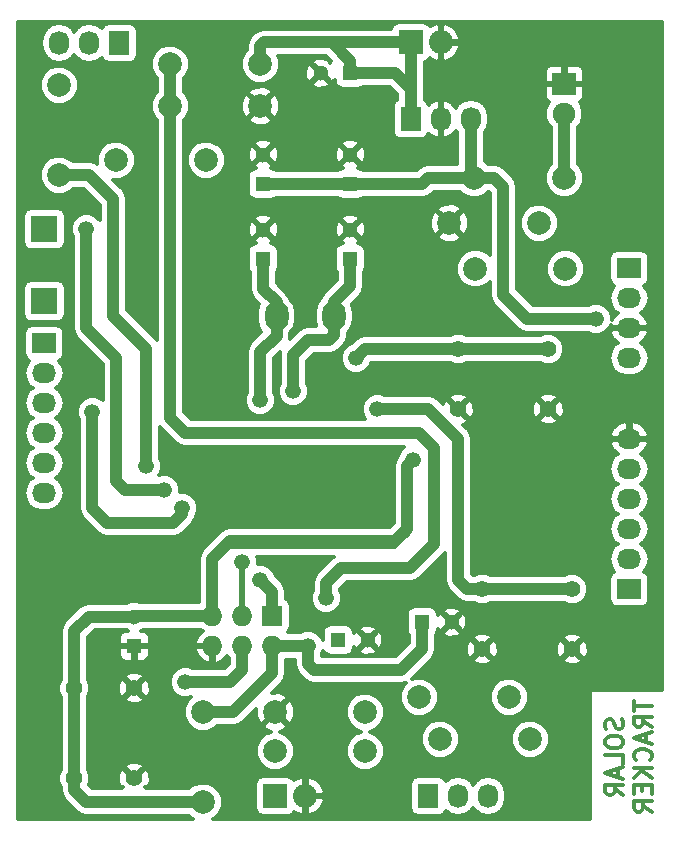
<source format=gbr>
G04 #@! TF.FileFunction,Copper,L2,Bot,Signal*
%FSLAX46Y46*%
G04 Gerber Fmt 4.6, Leading zero omitted, Abs format (unit mm)*
G04 Created by KiCad (PCBNEW 4.0.2-stable) date 13/05/2016 13:41:56*
%MOMM*%
G01*
G04 APERTURE LIST*
%ADD10C,0.100000*%
%ADD11C,0.300000*%
%ADD12R,1.300000X1.300000*%
%ADD13C,1.300000*%
%ADD14R,2.000000X1.900000*%
%ADD15C,1.900000*%
%ADD16R,1.727200X1.727200*%
%ADD17O,1.727200X1.727200*%
%ADD18R,2.032000X1.727200*%
%ADD19O,2.032000X1.727200*%
%ADD20R,2.032000X2.032000*%
%ADD21O,2.032000X2.032000*%
%ADD22R,2.235200X2.235200*%
%ADD23C,1.397000*%
%ADD24O,1.998980X2.499360*%
%ADD25C,1.998980*%
%ADD26R,1.727200X2.032000*%
%ADD27O,1.727200X2.032000*%
%ADD28C,1.333400*%
%ADD29C,1.016000*%
%ADD30C,0.762000*%
%ADD31C,0.508000*%
%ADD32C,0.304800*%
G04 APERTURE END LIST*
D10*
D11*
X173905143Y-92797714D02*
X173976571Y-93012000D01*
X173976571Y-93369143D01*
X173905143Y-93512000D01*
X173833714Y-93583429D01*
X173690857Y-93654857D01*
X173548000Y-93654857D01*
X173405143Y-93583429D01*
X173333714Y-93512000D01*
X173262286Y-93369143D01*
X173190857Y-93083429D01*
X173119429Y-92940571D01*
X173048000Y-92869143D01*
X172905143Y-92797714D01*
X172762286Y-92797714D01*
X172619429Y-92869143D01*
X172548000Y-92940571D01*
X172476571Y-93083429D01*
X172476571Y-93440571D01*
X172548000Y-93654857D01*
X172476571Y-94583428D02*
X172476571Y-94869142D01*
X172548000Y-95012000D01*
X172690857Y-95154857D01*
X172976571Y-95226285D01*
X173476571Y-95226285D01*
X173762286Y-95154857D01*
X173905143Y-95012000D01*
X173976571Y-94869142D01*
X173976571Y-94583428D01*
X173905143Y-94440571D01*
X173762286Y-94297714D01*
X173476571Y-94226285D01*
X172976571Y-94226285D01*
X172690857Y-94297714D01*
X172548000Y-94440571D01*
X172476571Y-94583428D01*
X173976571Y-96583429D02*
X173976571Y-95869143D01*
X172476571Y-95869143D01*
X173548000Y-97012000D02*
X173548000Y-97726286D01*
X173976571Y-96869143D02*
X172476571Y-97369143D01*
X173976571Y-97869143D01*
X173976571Y-99226286D02*
X173262286Y-98726286D01*
X173976571Y-98369143D02*
X172476571Y-98369143D01*
X172476571Y-98940571D01*
X172548000Y-99083429D01*
X172619429Y-99154857D01*
X172762286Y-99226286D01*
X172976571Y-99226286D01*
X173119429Y-99154857D01*
X173190857Y-99083429D01*
X173262286Y-98940571D01*
X173262286Y-98369143D01*
X174876571Y-91262000D02*
X174876571Y-92119143D01*
X176376571Y-91690572D02*
X174876571Y-91690572D01*
X176376571Y-93476286D02*
X175662286Y-92976286D01*
X176376571Y-92619143D02*
X174876571Y-92619143D01*
X174876571Y-93190571D01*
X174948000Y-93333429D01*
X175019429Y-93404857D01*
X175162286Y-93476286D01*
X175376571Y-93476286D01*
X175519429Y-93404857D01*
X175590857Y-93333429D01*
X175662286Y-93190571D01*
X175662286Y-92619143D01*
X175948000Y-94047714D02*
X175948000Y-94762000D01*
X176376571Y-93904857D02*
X174876571Y-94404857D01*
X176376571Y-94904857D01*
X176233714Y-96262000D02*
X176305143Y-96190571D01*
X176376571Y-95976285D01*
X176376571Y-95833428D01*
X176305143Y-95619143D01*
X176162286Y-95476285D01*
X176019429Y-95404857D01*
X175733714Y-95333428D01*
X175519429Y-95333428D01*
X175233714Y-95404857D01*
X175090857Y-95476285D01*
X174948000Y-95619143D01*
X174876571Y-95833428D01*
X174876571Y-95976285D01*
X174948000Y-96190571D01*
X175019429Y-96262000D01*
X176376571Y-96904857D02*
X174876571Y-96904857D01*
X176376571Y-97762000D02*
X175519429Y-97119143D01*
X174876571Y-97762000D02*
X175733714Y-96904857D01*
X175590857Y-98404857D02*
X175590857Y-98904857D01*
X176376571Y-99119143D02*
X176376571Y-98404857D01*
X174876571Y-98404857D01*
X174876571Y-99119143D01*
X176376571Y-100619143D02*
X175662286Y-100119143D01*
X176376571Y-99762000D02*
X174876571Y-99762000D01*
X174876571Y-100333428D01*
X174948000Y-100476286D01*
X175019429Y-100547714D01*
X175162286Y-100619143D01*
X175376571Y-100619143D01*
X175519429Y-100547714D01*
X175590857Y-100476286D01*
X175662286Y-100333428D01*
X175662286Y-99762000D01*
D12*
X150876000Y-38100000D03*
D13*
X148376000Y-38100000D03*
D12*
X143510000Y-47498000D03*
D13*
X143510000Y-44998000D03*
D12*
X150876000Y-47498000D03*
D13*
X150876000Y-44998000D03*
D12*
X156972000Y-84582000D03*
D13*
X159472000Y-84582000D03*
D12*
X132588000Y-86614000D03*
D13*
X132588000Y-84114000D03*
D12*
X149860000Y-86106000D03*
D13*
X152360000Y-86106000D03*
D12*
X150876000Y-53848000D03*
D13*
X150876000Y-51348000D03*
D12*
X143510000Y-53848000D03*
D13*
X143510000Y-51348000D03*
D14*
X169000000Y-39000000D03*
D15*
X169000000Y-41540000D03*
D16*
X144272000Y-84074000D03*
D17*
X144272000Y-86614000D03*
X141732000Y-84074000D03*
X141732000Y-86614000D03*
X139192000Y-84074000D03*
X139192000Y-86614000D03*
D18*
X174498000Y-81788000D03*
D19*
X174498000Y-79248000D03*
X174498000Y-76708000D03*
X174498000Y-74168000D03*
X174498000Y-71628000D03*
X174498000Y-69088000D03*
D20*
X144526000Y-99314000D03*
D21*
X147066000Y-99314000D03*
D20*
X156000000Y-35500000D03*
D21*
X158540000Y-35500000D03*
D18*
X174498000Y-54610000D03*
D19*
X174498000Y-57150000D03*
X174498000Y-59690000D03*
X174498000Y-62230000D03*
D22*
X124968000Y-57404000D03*
D18*
X124968000Y-60960000D03*
D19*
X124968000Y-63500000D03*
X124968000Y-66040000D03*
X124968000Y-68580000D03*
X124968000Y-71120000D03*
X124968000Y-73660000D03*
D22*
X124968000Y-51308000D03*
D23*
X169672000Y-81788000D03*
X169672000Y-86868000D03*
X162052000Y-81788000D03*
X162052000Y-86868000D03*
X167640000Y-61468000D03*
X167640000Y-66548000D03*
X160020000Y-61468000D03*
X160020000Y-66548000D03*
X127508000Y-90170000D03*
X132588000Y-90170000D03*
X127508000Y-97790000D03*
X132588000Y-97790000D03*
D24*
X149506940Y-58674000D03*
X144625060Y-58674000D03*
D25*
X169000000Y-47000000D03*
X161380000Y-47000000D03*
X138430000Y-92202000D03*
X138430000Y-99822000D03*
X143256000Y-37338000D03*
X135636000Y-37338000D03*
X144526000Y-95504000D03*
X152146000Y-95504000D03*
X161468000Y-54654000D03*
X169088000Y-54654000D03*
X135636000Y-40894000D03*
X143256000Y-40894000D03*
X152146000Y-92202000D03*
X144526000Y-92202000D03*
X166878000Y-50800000D03*
X159258000Y-50800000D03*
X164338000Y-90932000D03*
X156718000Y-90932000D03*
X166116000Y-94488000D03*
X158496000Y-94488000D03*
X131064000Y-45466000D03*
X138684000Y-45466000D03*
X126238000Y-39116000D03*
X126238000Y-46736000D03*
D26*
X156000000Y-42000000D03*
D27*
X158540000Y-42000000D03*
X161080000Y-42000000D03*
D26*
X157480000Y-99314000D03*
D27*
X160020000Y-99314000D03*
X162560000Y-99314000D03*
D26*
X131318000Y-35560000D03*
D27*
X128778000Y-35560000D03*
X126238000Y-35560000D03*
D28*
X171704000Y-58928000D03*
X147320000Y-86614000D03*
X156210000Y-70866000D03*
X146050000Y-65024000D03*
X143256000Y-65786000D03*
X151384000Y-62230000D03*
X133604000Y-71374000D03*
X128524000Y-51308000D03*
X135128000Y-73406000D03*
X129032000Y-66802000D03*
X136652000Y-74930000D03*
X136906000Y-89662000D03*
X143256000Y-81026000D03*
X141732000Y-79502000D03*
X148844000Y-82550000D03*
X153162000Y-66548000D03*
D29*
X150876000Y-38100000D02*
X150876000Y-37084000D01*
X150876000Y-37084000D02*
X149292000Y-35500000D01*
X156000000Y-35500000D02*
X149292000Y-35500000D01*
X149292000Y-35500000D02*
X143570000Y-35500000D01*
X143570000Y-35500000D02*
X143256000Y-35814000D01*
X143256000Y-35814000D02*
X143256000Y-37338000D01*
X156000000Y-35500000D02*
X156000000Y-42000000D01*
X150876000Y-38100000D02*
X154686000Y-38100000D01*
X154686000Y-38100000D02*
X156000000Y-39414000D01*
D30*
X154686000Y-38100000D02*
X156000000Y-39414000D01*
X156000000Y-35500000D02*
X156000000Y-39414000D01*
X156000000Y-39414000D02*
X156000000Y-42000000D01*
D29*
X147320000Y-86614000D02*
X147320000Y-88138000D01*
X156972000Y-86868000D02*
X156972000Y-84582000D01*
X155194000Y-88646000D02*
X156972000Y-86868000D01*
X147828000Y-88646000D02*
X155194000Y-88646000D01*
X147320000Y-88138000D02*
X147828000Y-88646000D01*
X144272000Y-86614000D02*
X144272000Y-88900000D01*
X140970000Y-92202000D02*
X138430000Y-92202000D01*
X144272000Y-88900000D02*
X140970000Y-92202000D01*
X147320000Y-86614000D02*
X144272000Y-86614000D01*
X161380000Y-47000000D02*
X163078000Y-47000000D01*
X163078000Y-47000000D02*
X163830000Y-47752000D01*
X163830000Y-47752000D02*
X163830000Y-56896000D01*
X163830000Y-56896000D02*
X165862000Y-58928000D01*
X165862000Y-58928000D02*
X171704000Y-58928000D01*
X161080000Y-42000000D02*
X161080000Y-46700000D01*
X161080000Y-46700000D02*
X161380000Y-47000000D01*
X143510000Y-47498000D02*
X150876000Y-47498000D01*
X150876000Y-47498000D02*
X156972000Y-47498000D01*
X157480000Y-46990000D02*
X161370000Y-46990000D01*
X156972000Y-47498000D02*
X157480000Y-46990000D01*
X161370000Y-46990000D02*
X161380000Y-47000000D01*
D31*
X163830000Y-47752000D02*
X163830000Y-49450000D01*
X163078000Y-47000000D02*
X163830000Y-47752000D01*
X163830000Y-56896000D02*
X163830000Y-49450000D01*
X165862000Y-58928000D02*
X163830000Y-56896000D01*
X168656000Y-58928000D02*
X165862000Y-58928000D01*
X171704000Y-58928000D02*
X168656000Y-58928000D01*
D30*
X161080000Y-46700000D02*
X161380000Y-47000000D01*
D31*
X161080000Y-46700000D02*
X161380000Y-47000000D01*
D29*
X139192000Y-84074000D02*
X139192000Y-79248000D01*
X139192000Y-79248000D02*
X140716000Y-77724000D01*
X155702000Y-76708000D02*
X155702000Y-71374000D01*
X154686000Y-77724000D02*
X155702000Y-76708000D01*
X140716000Y-77724000D02*
X154686000Y-77724000D01*
X155702000Y-71374000D02*
X156210000Y-70866000D01*
X127508000Y-97790000D02*
X127508000Y-98806000D01*
X128524000Y-99822000D02*
X138430000Y-99822000D01*
X127508000Y-98806000D02*
X128524000Y-99822000D01*
X127508000Y-90170000D02*
X127508000Y-97790000D01*
X132588000Y-84114000D02*
X128738000Y-84114000D01*
X127508000Y-85344000D02*
X127508000Y-90170000D01*
X128738000Y-84114000D02*
X127508000Y-85344000D01*
X139192000Y-84074000D02*
X132628000Y-84074000D01*
X132628000Y-84074000D02*
X132588000Y-84114000D01*
D31*
X155702000Y-77216000D02*
X155702000Y-71374000D01*
X132628000Y-84074000D02*
X132588000Y-84114000D01*
D32*
X155702000Y-72898000D02*
X155702000Y-71628000D01*
X155702000Y-71628000D02*
X155702000Y-71374000D01*
X154432000Y-78232000D02*
X154686000Y-78232000D01*
X141478000Y-78232000D02*
X154432000Y-78232000D01*
X139192000Y-79248000D02*
X140208000Y-78232000D01*
X140208000Y-78232000D02*
X141478000Y-78232000D01*
X154686000Y-78232000D02*
X155702000Y-77216000D01*
X155702000Y-77216000D02*
X155702000Y-72898000D01*
D29*
X146050000Y-65024000D02*
X146050000Y-61976000D01*
X146050000Y-61976000D02*
X147320000Y-60706000D01*
X147320000Y-60706000D02*
X149098000Y-60706000D01*
X149506940Y-60297060D02*
X149506940Y-58674000D01*
X149098000Y-60706000D02*
X149506940Y-60297060D01*
X149506940Y-58674000D02*
X149506940Y-57503060D01*
X149506940Y-57503060D02*
X150876000Y-56134000D01*
X150876000Y-56134000D02*
X150876000Y-53848000D01*
D31*
X148844000Y-60706000D02*
X147320000Y-60706000D01*
X149506940Y-58674000D02*
X149506940Y-60043060D01*
X149506940Y-60043060D02*
X148844000Y-60706000D01*
D32*
X148844000Y-60706000D02*
X149506940Y-60043060D01*
D31*
X149506940Y-58674000D02*
X149506940Y-57757060D01*
X149506940Y-57757060D02*
X150876000Y-56388000D01*
X150876000Y-56388000D02*
X150876000Y-53848000D01*
D32*
X149506940Y-57757060D02*
X150876000Y-56388000D01*
X150876000Y-56388000D02*
X150876000Y-53848000D01*
D29*
X144625060Y-58674000D02*
X144625060Y-60352940D01*
X144625060Y-60352940D02*
X143256000Y-61722000D01*
X143256000Y-61722000D02*
X143256000Y-65786000D01*
X143510000Y-53848000D02*
X143510000Y-56388000D01*
X143510000Y-56388000D02*
X144625060Y-57503060D01*
X144625060Y-57503060D02*
X144625060Y-58674000D01*
D31*
X143256000Y-65786000D02*
X143256000Y-61722000D01*
X143256000Y-61722000D02*
X144018000Y-60960000D01*
X144018000Y-60960000D02*
X144625060Y-60352940D01*
X144625060Y-58674000D02*
X144625060Y-57503060D01*
X144625060Y-57503060D02*
X143510000Y-56388000D01*
D32*
X144625060Y-57503060D02*
X143510000Y-56388000D01*
X143510000Y-56388000D02*
X143510000Y-53848000D01*
D29*
X169000000Y-41540000D02*
X169000000Y-47000000D01*
X160020000Y-61468000D02*
X167640000Y-61468000D01*
X151384000Y-62230000D02*
X152146000Y-61468000D01*
X152146000Y-61468000D02*
X160020000Y-61468000D01*
D31*
X152146000Y-61468000D02*
X160020000Y-61468000D01*
D32*
X152146000Y-61468000D02*
X160020000Y-61468000D01*
D29*
X126238000Y-46736000D02*
X128778000Y-46736000D01*
X130810000Y-58674000D02*
X133604000Y-61468000D01*
X130810000Y-48768000D02*
X130810000Y-58674000D01*
X128778000Y-46736000D02*
X130810000Y-48768000D01*
X133604000Y-61468000D02*
X133604000Y-71374000D01*
D31*
X133604000Y-71374000D02*
X133604000Y-61468000D01*
D29*
X128524000Y-51308000D02*
X128524000Y-59690000D01*
X128524000Y-59690000D02*
X131064000Y-62230000D01*
X131064000Y-62230000D02*
X131064000Y-72644000D01*
X131064000Y-72644000D02*
X131826000Y-73406000D01*
X131826000Y-73406000D02*
X135128000Y-73406000D01*
D31*
X135128000Y-73406000D02*
X131826000Y-73406000D01*
X131064000Y-62230000D02*
X128524000Y-59690000D01*
X131064000Y-71120000D02*
X131064000Y-62230000D01*
X131064000Y-72644000D02*
X131064000Y-71120000D01*
X131826000Y-73406000D02*
X131064000Y-72644000D01*
D29*
X136652000Y-74930000D02*
X136652000Y-75438000D01*
X129032000Y-74930000D02*
X129032000Y-66802000D01*
X130302000Y-76200000D02*
X129032000Y-74930000D01*
X135890000Y-76200000D02*
X130302000Y-76200000D01*
X136652000Y-75438000D02*
X135890000Y-76200000D01*
X141732000Y-88646000D02*
X140716000Y-89662000D01*
X140716000Y-89662000D02*
X136906000Y-89662000D01*
X141732000Y-86614000D02*
X141732000Y-88646000D01*
X144272000Y-84074000D02*
X144272000Y-82042000D01*
X144272000Y-82042000D02*
X143256000Y-81026000D01*
D31*
X143256000Y-81026000D02*
X144272000Y-82042000D01*
D32*
X144272000Y-84074000D02*
X144272000Y-82042000D01*
D31*
X141732000Y-79502000D02*
X141732000Y-84074000D01*
D29*
X135636000Y-40894000D02*
X135636000Y-37338000D01*
X142494000Y-68580000D02*
X136906000Y-68580000D01*
X148844000Y-81280000D02*
X150114000Y-80010000D01*
X150114000Y-80010000D02*
X155956000Y-80010000D01*
X155956000Y-80010000D02*
X157988000Y-77978000D01*
X157988000Y-77978000D02*
X157988000Y-69850000D01*
X157988000Y-69850000D02*
X156718000Y-68580000D01*
X156718000Y-68580000D02*
X142494000Y-68580000D01*
X148844000Y-82550000D02*
X148844000Y-81280000D01*
X135636000Y-67310000D02*
X135636000Y-40894000D01*
X136906000Y-68580000D02*
X135636000Y-67310000D01*
X162052000Y-81788000D02*
X160782000Y-81788000D01*
X160782000Y-81788000D02*
X160020000Y-81026000D01*
X160020000Y-81026000D02*
X160020000Y-69088000D01*
X160020000Y-69088000D02*
X157480000Y-66548000D01*
X157480000Y-66548000D02*
X153162000Y-66548000D01*
X162052000Y-81788000D02*
X169672000Y-81788000D01*
D31*
X160020000Y-80518000D02*
X160020000Y-81026000D01*
X160020000Y-81026000D02*
X160782000Y-81788000D01*
X157480000Y-66548000D02*
X160020000Y-69088000D01*
X160020000Y-69088000D02*
X160020000Y-80518000D01*
X153162000Y-66548000D02*
X157480000Y-66548000D01*
X169132000Y-54610000D02*
X169088000Y-54654000D01*
D32*
G36*
X177264600Y-90308743D02*
X171137600Y-90308743D01*
X171137600Y-101264600D01*
X139285302Y-101264600D01*
X139369024Y-101230007D01*
X139836366Y-100763480D01*
X140089601Y-100153621D01*
X140090177Y-99493276D01*
X139838007Y-98882976D01*
X139371480Y-98415634D01*
X139088186Y-98298000D01*
X142836662Y-98298000D01*
X142836662Y-100330000D01*
X142882711Y-100574730D01*
X143027346Y-100799499D01*
X143248034Y-100950288D01*
X143510000Y-101003338D01*
X145542000Y-101003338D01*
X145786730Y-100957289D01*
X146011499Y-100812654D01*
X146107266Y-100672494D01*
X146164641Y-100727467D01*
X146703886Y-100950823D01*
X146964400Y-100821881D01*
X146964400Y-99415600D01*
X147167600Y-99415600D01*
X147167600Y-100821881D01*
X147428114Y-100950823D01*
X147967359Y-100727467D01*
X148439658Y-100274938D01*
X148702830Y-99676115D01*
X148574225Y-99415600D01*
X147167600Y-99415600D01*
X146964400Y-99415600D01*
X146944400Y-99415600D01*
X146944400Y-99212400D01*
X146964400Y-99212400D01*
X146964400Y-97806119D01*
X147167600Y-97806119D01*
X147167600Y-99212400D01*
X148574225Y-99212400D01*
X148702830Y-98951885D01*
X148439658Y-98353062D01*
X148382191Y-98298000D01*
X155943062Y-98298000D01*
X155943062Y-100330000D01*
X155989111Y-100574730D01*
X156133746Y-100799499D01*
X156354434Y-100950288D01*
X156616400Y-101003338D01*
X158343600Y-101003338D01*
X158588330Y-100957289D01*
X158813099Y-100812654D01*
X158963888Y-100591966D01*
X158964015Y-100591338D01*
X159436790Y-100907235D01*
X160020000Y-101023243D01*
X160603210Y-100907235D01*
X161097631Y-100576874D01*
X161290000Y-100288973D01*
X161482369Y-100576874D01*
X161976790Y-100907235D01*
X162560000Y-101023243D01*
X163143210Y-100907235D01*
X163637631Y-100576874D01*
X163967992Y-100082453D01*
X164084000Y-99499243D01*
X164084000Y-99128757D01*
X163967992Y-98545547D01*
X163637631Y-98051126D01*
X163143210Y-97720765D01*
X162560000Y-97604757D01*
X161976790Y-97720765D01*
X161482369Y-98051126D01*
X161290000Y-98339027D01*
X161097631Y-98051126D01*
X160603210Y-97720765D01*
X160020000Y-97604757D01*
X159436790Y-97720765D01*
X158961349Y-98038444D01*
X158826254Y-97828501D01*
X158605566Y-97677712D01*
X158343600Y-97624662D01*
X156616400Y-97624662D01*
X156371670Y-97670711D01*
X156146901Y-97815346D01*
X155996112Y-98036034D01*
X155943062Y-98298000D01*
X148382191Y-98298000D01*
X147967359Y-97900533D01*
X147428114Y-97677177D01*
X147167600Y-97806119D01*
X146964400Y-97806119D01*
X146703886Y-97677177D01*
X146164641Y-97900533D01*
X146106718Y-97956032D01*
X146024654Y-97828501D01*
X145803966Y-97677712D01*
X145542000Y-97624662D01*
X143510000Y-97624662D01*
X143265270Y-97670711D01*
X143040501Y-97815346D01*
X142889712Y-98036034D01*
X142836662Y-98298000D01*
X139088186Y-98298000D01*
X138761621Y-98162399D01*
X138101276Y-98161823D01*
X137490976Y-98413993D01*
X137250950Y-98653600D01*
X133595287Y-98653600D01*
X133519817Y-98578130D01*
X133765612Y-98520001D01*
X133955331Y-98013779D01*
X133936885Y-97473491D01*
X133765612Y-97059999D01*
X133519815Y-97001869D01*
X132731684Y-97790000D01*
X132745827Y-97804143D01*
X132602143Y-97947827D01*
X132588000Y-97933684D01*
X132573858Y-97947827D01*
X132430174Y-97804143D01*
X132444316Y-97790000D01*
X131656185Y-97001869D01*
X131410388Y-97059999D01*
X131220669Y-97566221D01*
X131239115Y-98106509D01*
X131410388Y-98520001D01*
X131656183Y-98578130D01*
X131580713Y-98653600D01*
X129007968Y-98653600D01*
X128734394Y-98380026D01*
X128866663Y-98061488D01*
X128867135Y-97520884D01*
X128676400Y-97059270D01*
X128676400Y-96858185D01*
X131799869Y-96858185D01*
X132588000Y-97646316D01*
X133376131Y-96858185D01*
X133318001Y-96612388D01*
X132811779Y-96422669D01*
X132271491Y-96441115D01*
X131857999Y-96612388D01*
X131799869Y-96858185D01*
X128676400Y-96858185D01*
X128676400Y-95832724D01*
X142865823Y-95832724D01*
X143117993Y-96443024D01*
X143584520Y-96910366D01*
X144194379Y-97163601D01*
X144854724Y-97164177D01*
X145465024Y-96912007D01*
X145932366Y-96445480D01*
X146185601Y-95835621D01*
X146186177Y-95175276D01*
X145934007Y-94564976D01*
X145467480Y-94097634D01*
X144882735Y-93854827D01*
X144890623Y-93854663D01*
X145436783Y-93628437D01*
X145531736Y-93351420D01*
X144526000Y-92345684D01*
X143520264Y-93351420D01*
X143615217Y-93628437D01*
X144182776Y-93849814D01*
X143586976Y-94095993D01*
X143119634Y-94562520D01*
X142866399Y-95172379D01*
X142865823Y-95832724D01*
X128676400Y-95832724D01*
X128676400Y-91101815D01*
X131799869Y-91101815D01*
X131857999Y-91347612D01*
X132364221Y-91537331D01*
X132904509Y-91518885D01*
X133318001Y-91347612D01*
X133376131Y-91101815D01*
X132588000Y-90313684D01*
X131799869Y-91101815D01*
X128676400Y-91101815D01*
X128676400Y-90899692D01*
X128866663Y-90441488D01*
X128867095Y-89946221D01*
X131220669Y-89946221D01*
X131239115Y-90486509D01*
X131410388Y-90900001D01*
X131656185Y-90958131D01*
X132444316Y-90170000D01*
X132731684Y-90170000D01*
X133519815Y-90958131D01*
X133765612Y-90900001D01*
X133955331Y-90393779D01*
X133936885Y-89853491D01*
X133765612Y-89439999D01*
X133519815Y-89381869D01*
X132731684Y-90170000D01*
X132444316Y-90170000D01*
X131656185Y-89381869D01*
X131410388Y-89439999D01*
X131220669Y-89946221D01*
X128867095Y-89946221D01*
X128867135Y-89900884D01*
X128676400Y-89439270D01*
X128676400Y-89238185D01*
X131799869Y-89238185D01*
X132588000Y-90026316D01*
X133376131Y-89238185D01*
X133318001Y-88992388D01*
X132811779Y-88802669D01*
X132271491Y-88821115D01*
X131857999Y-88992388D01*
X131799869Y-89238185D01*
X128676400Y-89238185D01*
X128676400Y-86880700D01*
X131277600Y-86880700D01*
X131277600Y-87395362D01*
X131378140Y-87638087D01*
X131563914Y-87823860D01*
X131806639Y-87924400D01*
X132321300Y-87924400D01*
X132486400Y-87759300D01*
X132486400Y-86715600D01*
X132689600Y-86715600D01*
X132689600Y-87759300D01*
X132854700Y-87924400D01*
X133369361Y-87924400D01*
X133612086Y-87823860D01*
X133797860Y-87638087D01*
X133898400Y-87395362D01*
X133898400Y-86952226D01*
X137705998Y-86952226D01*
X137948547Y-87495148D01*
X138380400Y-87903923D01*
X138853775Y-88099995D01*
X139090400Y-87969097D01*
X139090400Y-86715600D01*
X137836483Y-86715600D01*
X137705998Y-86952226D01*
X133898400Y-86952226D01*
X133898400Y-86880700D01*
X133733300Y-86715600D01*
X132689600Y-86715600D01*
X132486400Y-86715600D01*
X131442700Y-86715600D01*
X131277600Y-86880700D01*
X128676400Y-86880700D01*
X128676400Y-85827968D01*
X129221967Y-85282400D01*
X131984778Y-85282400D01*
X132035833Y-85303600D01*
X131806639Y-85303600D01*
X131563914Y-85404140D01*
X131378140Y-85589913D01*
X131277600Y-85832638D01*
X131277600Y-86347300D01*
X131442700Y-86512400D01*
X132486400Y-86512400D01*
X132486400Y-86492400D01*
X132689600Y-86492400D01*
X132689600Y-86512400D01*
X133733300Y-86512400D01*
X133898400Y-86347300D01*
X133898400Y-85832638D01*
X133797860Y-85589913D01*
X133612086Y-85404140D01*
X133369361Y-85303600D01*
X133140419Y-85303600D01*
X133288534Y-85242400D01*
X138205530Y-85242400D01*
X138358621Y-85344692D01*
X137948547Y-85732852D01*
X137705998Y-86275774D01*
X137836483Y-86512400D01*
X139090400Y-86512400D01*
X139090400Y-86492400D01*
X139293600Y-86492400D01*
X139293600Y-86512400D01*
X139313600Y-86512400D01*
X139313600Y-86715600D01*
X139293600Y-86715600D01*
X139293600Y-87969097D01*
X139530225Y-88099995D01*
X140003600Y-87903923D01*
X140435453Y-87495148D01*
X140462572Y-87434444D01*
X140563600Y-87585642D01*
X140563600Y-88162032D01*
X140232032Y-88493600D01*
X137552769Y-88493600D01*
X137171135Y-88335131D01*
X136643182Y-88334671D01*
X136155241Y-88536284D01*
X135781596Y-88909277D01*
X135579131Y-89396865D01*
X135578671Y-89924818D01*
X135780284Y-90412759D01*
X136153277Y-90786404D01*
X136640865Y-90988869D01*
X137168818Y-90989329D01*
X137384623Y-90900160D01*
X137023634Y-91260520D01*
X136770399Y-91870379D01*
X136769823Y-92530724D01*
X137021993Y-93141024D01*
X137488520Y-93608366D01*
X138098379Y-93861601D01*
X138758724Y-93862177D01*
X139369024Y-93610007D01*
X139609050Y-93370400D01*
X140969995Y-93370400D01*
X140970000Y-93370401D01*
X141417128Y-93281461D01*
X141796184Y-93028184D01*
X142860791Y-91963577D01*
X142873337Y-92566623D01*
X143099563Y-93112783D01*
X143376580Y-93207736D01*
X144382316Y-92202000D01*
X144669684Y-92202000D01*
X145675420Y-93207736D01*
X145952437Y-93112783D01*
X146179469Y-92530724D01*
X150485823Y-92530724D01*
X150737993Y-93141024D01*
X151204520Y-93608366D01*
X151794364Y-93853290D01*
X151206976Y-94095993D01*
X150739634Y-94562520D01*
X150486399Y-95172379D01*
X150485823Y-95832724D01*
X150737993Y-96443024D01*
X151204520Y-96910366D01*
X151814379Y-97163601D01*
X152474724Y-97164177D01*
X153085024Y-96912007D01*
X153552366Y-96445480D01*
X153805601Y-95835621D01*
X153806177Y-95175276D01*
X153658027Y-94816724D01*
X156835823Y-94816724D01*
X157087993Y-95427024D01*
X157554520Y-95894366D01*
X158164379Y-96147601D01*
X158824724Y-96148177D01*
X159435024Y-95896007D01*
X159902366Y-95429480D01*
X160155601Y-94819621D01*
X160155603Y-94816724D01*
X164455823Y-94816724D01*
X164707993Y-95427024D01*
X165174520Y-95894366D01*
X165784379Y-96147601D01*
X166444724Y-96148177D01*
X167055024Y-95896007D01*
X167522366Y-95429480D01*
X167775601Y-94819621D01*
X167776177Y-94159276D01*
X167524007Y-93548976D01*
X167057480Y-93081634D01*
X166447621Y-92828399D01*
X165787276Y-92827823D01*
X165176976Y-93079993D01*
X164709634Y-93546520D01*
X164456399Y-94156379D01*
X164455823Y-94816724D01*
X160155603Y-94816724D01*
X160156177Y-94159276D01*
X159904007Y-93548976D01*
X159437480Y-93081634D01*
X158827621Y-92828399D01*
X158167276Y-92827823D01*
X157556976Y-93079993D01*
X157089634Y-93546520D01*
X156836399Y-94156379D01*
X156835823Y-94816724D01*
X153658027Y-94816724D01*
X153554007Y-94564976D01*
X153087480Y-94097634D01*
X152497636Y-93852710D01*
X153085024Y-93610007D01*
X153552366Y-93143480D01*
X153805601Y-92533621D01*
X153806177Y-91873276D01*
X153554007Y-91262976D01*
X153087480Y-90795634D01*
X152477621Y-90542399D01*
X151817276Y-90541823D01*
X151206976Y-90793993D01*
X150739634Y-91260520D01*
X150486399Y-91870379D01*
X150485823Y-92530724D01*
X146179469Y-92530724D01*
X146192398Y-92497579D01*
X146178663Y-91837377D01*
X145952437Y-91291217D01*
X145675420Y-91196264D01*
X144669684Y-92202000D01*
X144382316Y-92202000D01*
X144368174Y-92187858D01*
X144511858Y-92044174D01*
X144526000Y-92058316D01*
X145531736Y-91052580D01*
X145436783Y-90775563D01*
X144821579Y-90535602D01*
X144277445Y-90546922D01*
X145098181Y-89726186D01*
X145098184Y-89726184D01*
X145315297Y-89401251D01*
X145351461Y-89347128D01*
X145440400Y-88900000D01*
X145440400Y-87782400D01*
X146151600Y-87782400D01*
X146151600Y-88137995D01*
X146151599Y-88138000D01*
X146240539Y-88585128D01*
X146493816Y-88964184D01*
X147001814Y-89472181D01*
X147001816Y-89472184D01*
X147380873Y-89725461D01*
X147828000Y-89814400D01*
X155193995Y-89814400D01*
X155194000Y-89814401D01*
X155561237Y-89741352D01*
X155311634Y-89990520D01*
X155058399Y-90600379D01*
X155057823Y-91260724D01*
X155309993Y-91871024D01*
X155776520Y-92338366D01*
X156386379Y-92591601D01*
X157046724Y-92592177D01*
X157657024Y-92340007D01*
X158124366Y-91873480D01*
X158377601Y-91263621D01*
X158377603Y-91260724D01*
X162677823Y-91260724D01*
X162929993Y-91871024D01*
X163396520Y-92338366D01*
X164006379Y-92591601D01*
X164666724Y-92592177D01*
X165277024Y-92340007D01*
X165744366Y-91873480D01*
X165997601Y-91263621D01*
X165998177Y-90603276D01*
X165746007Y-89992976D01*
X165279480Y-89525634D01*
X164669621Y-89272399D01*
X164009276Y-89271823D01*
X163398976Y-89523993D01*
X162931634Y-89990520D01*
X162678399Y-90600379D01*
X162677823Y-91260724D01*
X158377603Y-91260724D01*
X158378177Y-90603276D01*
X158126007Y-89992976D01*
X157659480Y-89525634D01*
X157049621Y-89272399D01*
X156389276Y-89271823D01*
X156101736Y-89390632D01*
X157692552Y-87799815D01*
X161263869Y-87799815D01*
X161321999Y-88045612D01*
X161828221Y-88235331D01*
X162368509Y-88216885D01*
X162782001Y-88045612D01*
X162840131Y-87799815D01*
X168883869Y-87799815D01*
X168941999Y-88045612D01*
X169448221Y-88235331D01*
X169988509Y-88216885D01*
X170402001Y-88045612D01*
X170460131Y-87799815D01*
X169672000Y-87011684D01*
X168883869Y-87799815D01*
X162840131Y-87799815D01*
X162052000Y-87011684D01*
X161263869Y-87799815D01*
X157692552Y-87799815D01*
X157798181Y-87694186D01*
X157798184Y-87694184D01*
X158051461Y-87315127D01*
X158065710Y-87243494D01*
X158140401Y-86868000D01*
X158140400Y-86867995D01*
X158140400Y-86644221D01*
X160684669Y-86644221D01*
X160703115Y-87184509D01*
X160874388Y-87598001D01*
X161120185Y-87656131D01*
X161908316Y-86868000D01*
X162195684Y-86868000D01*
X162983815Y-87656131D01*
X163229612Y-87598001D01*
X163419331Y-87091779D01*
X163404051Y-86644221D01*
X168304669Y-86644221D01*
X168323115Y-87184509D01*
X168494388Y-87598001D01*
X168740185Y-87656131D01*
X169528316Y-86868000D01*
X169815684Y-86868000D01*
X170603815Y-87656131D01*
X170849612Y-87598001D01*
X171039331Y-87091779D01*
X171020885Y-86551491D01*
X170849612Y-86137999D01*
X170603815Y-86079869D01*
X169815684Y-86868000D01*
X169528316Y-86868000D01*
X168740185Y-86079869D01*
X168494388Y-86137999D01*
X168304669Y-86644221D01*
X163404051Y-86644221D01*
X163400885Y-86551491D01*
X163229612Y-86137999D01*
X162983815Y-86079869D01*
X162195684Y-86868000D01*
X161908316Y-86868000D01*
X161120185Y-86079869D01*
X160874388Y-86137999D01*
X160684669Y-86644221D01*
X158140400Y-86644221D01*
X158140400Y-85936185D01*
X161263869Y-85936185D01*
X162052000Y-86724316D01*
X162840131Y-85936185D01*
X168883869Y-85936185D01*
X169672000Y-86724316D01*
X170460131Y-85936185D01*
X170402001Y-85690388D01*
X169895779Y-85500669D01*
X169355491Y-85519115D01*
X168941999Y-85690388D01*
X168883869Y-85936185D01*
X162840131Y-85936185D01*
X162782001Y-85690388D01*
X162275779Y-85500669D01*
X161735491Y-85519115D01*
X161321999Y-85690388D01*
X161263869Y-85936185D01*
X158140400Y-85936185D01*
X158140400Y-85643085D01*
X158242288Y-85493966D01*
X158245375Y-85478722D01*
X158718962Y-85478722D01*
X158771147Y-85719494D01*
X159259797Y-85901113D01*
X159780752Y-85881908D01*
X160172853Y-85719494D01*
X160225038Y-85478722D01*
X159472000Y-84725684D01*
X158718962Y-85478722D01*
X158245375Y-85478722D01*
X158295338Y-85232000D01*
X158295338Y-85188293D01*
X158334506Y-85282853D01*
X158575278Y-85335038D01*
X159328316Y-84582000D01*
X159615684Y-84582000D01*
X160368722Y-85335038D01*
X160609494Y-85282853D01*
X160791113Y-84794203D01*
X160771908Y-84273248D01*
X160609494Y-83881147D01*
X160368722Y-83828962D01*
X159615684Y-84582000D01*
X159328316Y-84582000D01*
X158575278Y-83828962D01*
X158334506Y-83881147D01*
X158295338Y-83986529D01*
X158295338Y-83932000D01*
X158249289Y-83687270D01*
X158248008Y-83685278D01*
X158718962Y-83685278D01*
X159472000Y-84438316D01*
X160225038Y-83685278D01*
X160172853Y-83444506D01*
X159684203Y-83262887D01*
X159163248Y-83282092D01*
X158771147Y-83444506D01*
X158718962Y-83685278D01*
X158248008Y-83685278D01*
X158104654Y-83462501D01*
X157883966Y-83311712D01*
X157622000Y-83258662D01*
X156322000Y-83258662D01*
X156077270Y-83304711D01*
X155852501Y-83449346D01*
X155701712Y-83670034D01*
X155648662Y-83932000D01*
X155648662Y-85232000D01*
X155694711Y-85476730D01*
X155803600Y-85645948D01*
X155803600Y-86384033D01*
X154710032Y-87477600D01*
X148488400Y-87477600D01*
X148488400Y-87260769D01*
X148591018Y-87013639D01*
X148727346Y-87225499D01*
X148948034Y-87376288D01*
X149210000Y-87429338D01*
X150510000Y-87429338D01*
X150754730Y-87383289D01*
X150979499Y-87238654D01*
X151130288Y-87017966D01*
X151133375Y-87002722D01*
X151606962Y-87002722D01*
X151659147Y-87243494D01*
X152147797Y-87425113D01*
X152668752Y-87405908D01*
X153060853Y-87243494D01*
X153113038Y-87002722D01*
X152360000Y-86249684D01*
X151606962Y-87002722D01*
X151133375Y-87002722D01*
X151183338Y-86756000D01*
X151183338Y-86712293D01*
X151222506Y-86806853D01*
X151463278Y-86859038D01*
X152216316Y-86106000D01*
X152503684Y-86106000D01*
X153256722Y-86859038D01*
X153497494Y-86806853D01*
X153679113Y-86318203D01*
X153659908Y-85797248D01*
X153497494Y-85405147D01*
X153256722Y-85352962D01*
X152503684Y-86106000D01*
X152216316Y-86106000D01*
X151463278Y-85352962D01*
X151222506Y-85405147D01*
X151183338Y-85510529D01*
X151183338Y-85456000D01*
X151137289Y-85211270D01*
X151136008Y-85209278D01*
X151606962Y-85209278D01*
X152360000Y-85962316D01*
X153113038Y-85209278D01*
X153060853Y-84968506D01*
X152572203Y-84786887D01*
X152051248Y-84806092D01*
X151659147Y-84968506D01*
X151606962Y-85209278D01*
X151136008Y-85209278D01*
X150992654Y-84986501D01*
X150771966Y-84835712D01*
X150510000Y-84782662D01*
X149210000Y-84782662D01*
X148965270Y-84828711D01*
X148740501Y-84973346D01*
X148589712Y-85194034D01*
X148536662Y-85456000D01*
X148536662Y-86083347D01*
X148445716Y-85863241D01*
X148072723Y-85489596D01*
X147585135Y-85287131D01*
X147057182Y-85286671D01*
X146672544Y-85445600D01*
X145565710Y-85445600D01*
X145605099Y-85420254D01*
X145755888Y-85199566D01*
X145808938Y-84937600D01*
X145808938Y-83210400D01*
X145762889Y-82965670D01*
X145618254Y-82740901D01*
X145440400Y-82619379D01*
X145440400Y-82042005D01*
X145440401Y-82042000D01*
X145351461Y-81594872D01*
X145098184Y-81215816D01*
X144539517Y-80657149D01*
X144381716Y-80275241D01*
X144008723Y-79901596D01*
X143521135Y-79699131D01*
X143058929Y-79698728D01*
X143059329Y-79239182D01*
X142979012Y-79044800D01*
X149495869Y-79044800D01*
X149287816Y-79183816D01*
X149287814Y-79183819D01*
X148017816Y-80453816D01*
X147764539Y-80832872D01*
X147675599Y-81280000D01*
X147675600Y-81280005D01*
X147675600Y-81903231D01*
X147517131Y-82284865D01*
X147516671Y-82812818D01*
X147718284Y-83300759D01*
X148091277Y-83674404D01*
X148578865Y-83876869D01*
X149106818Y-83877329D01*
X149594759Y-83675716D01*
X149968404Y-83302723D01*
X150170869Y-82815135D01*
X150171329Y-82287182D01*
X150012400Y-81902544D01*
X150012400Y-81763968D01*
X150597967Y-81178400D01*
X155955995Y-81178400D01*
X155956000Y-81178401D01*
X156403128Y-81089461D01*
X156782184Y-80836184D01*
X158814184Y-78804184D01*
X158851600Y-78748187D01*
X158851600Y-81025995D01*
X158851599Y-81026000D01*
X158940539Y-81473128D01*
X159193816Y-81852184D01*
X159955814Y-82614181D01*
X159955816Y-82614184D01*
X160334873Y-82867461D01*
X160782000Y-82956401D01*
X160782005Y-82956400D01*
X161322308Y-82956400D01*
X161780512Y-83146663D01*
X162321116Y-83147135D01*
X162782730Y-82956400D01*
X168942308Y-82956400D01*
X169400512Y-83146663D01*
X169941116Y-83147135D01*
X170440749Y-82940691D01*
X170823347Y-82558760D01*
X171030663Y-82059488D01*
X171031135Y-81518884D01*
X170824691Y-81019251D01*
X170442760Y-80636653D01*
X169943488Y-80429337D01*
X169402884Y-80428865D01*
X168941270Y-80619600D01*
X162781692Y-80619600D01*
X162323488Y-80429337D01*
X161782884Y-80428865D01*
X161321270Y-80619600D01*
X161265967Y-80619600D01*
X161188400Y-80542032D01*
X161188400Y-71628000D01*
X172788757Y-71628000D01*
X172904765Y-72211210D01*
X173235126Y-72705631D01*
X173523027Y-72898000D01*
X173235126Y-73090369D01*
X172904765Y-73584790D01*
X172788757Y-74168000D01*
X172904765Y-74751210D01*
X173235126Y-75245631D01*
X173523027Y-75438000D01*
X173235126Y-75630369D01*
X172904765Y-76124790D01*
X172788757Y-76708000D01*
X172904765Y-77291210D01*
X173235126Y-77785631D01*
X173523027Y-77978000D01*
X173235126Y-78170369D01*
X172904765Y-78664790D01*
X172788757Y-79248000D01*
X172904765Y-79831210D01*
X173222444Y-80306651D01*
X173012501Y-80441746D01*
X172861712Y-80662434D01*
X172808662Y-80924400D01*
X172808662Y-82651600D01*
X172854711Y-82896330D01*
X172999346Y-83121099D01*
X173220034Y-83271888D01*
X173482000Y-83324938D01*
X175514000Y-83324938D01*
X175758730Y-83278889D01*
X175983499Y-83134254D01*
X176134288Y-82913566D01*
X176187338Y-82651600D01*
X176187338Y-80924400D01*
X176141289Y-80679670D01*
X175996654Y-80454901D01*
X175775966Y-80304112D01*
X175775338Y-80303985D01*
X176091235Y-79831210D01*
X176207243Y-79248000D01*
X176091235Y-78664790D01*
X175760874Y-78170369D01*
X175472973Y-77978000D01*
X175760874Y-77785631D01*
X176091235Y-77291210D01*
X176207243Y-76708000D01*
X176091235Y-76124790D01*
X175760874Y-75630369D01*
X175472973Y-75438000D01*
X175760874Y-75245631D01*
X176091235Y-74751210D01*
X176207243Y-74168000D01*
X176091235Y-73584790D01*
X175760874Y-73090369D01*
X175472973Y-72898000D01*
X175760874Y-72705631D01*
X176091235Y-72211210D01*
X176207243Y-71628000D01*
X176091235Y-71044790D01*
X175760874Y-70550369D01*
X175471669Y-70357129D01*
X175854848Y-70025875D01*
X176122074Y-69493561D01*
X176136395Y-69426225D01*
X176005497Y-69189600D01*
X174599600Y-69189600D01*
X174599600Y-69209600D01*
X174396400Y-69209600D01*
X174396400Y-69189600D01*
X172990503Y-69189600D01*
X172859605Y-69426225D01*
X172873926Y-69493561D01*
X173141152Y-70025875D01*
X173524331Y-70357129D01*
X173235126Y-70550369D01*
X172904765Y-71044790D01*
X172788757Y-71628000D01*
X161188400Y-71628000D01*
X161188400Y-69088000D01*
X161121123Y-68749775D01*
X172859605Y-68749775D01*
X172990503Y-68986400D01*
X174396400Y-68986400D01*
X174396400Y-67727411D01*
X174599600Y-67727411D01*
X174599600Y-68986400D01*
X176005497Y-68986400D01*
X176136395Y-68749775D01*
X176122074Y-68682439D01*
X175854848Y-68150125D01*
X175404256Y-67760594D01*
X174838896Y-67573148D01*
X174599600Y-67727411D01*
X174396400Y-67727411D01*
X174157104Y-67573148D01*
X173591744Y-67760594D01*
X173141152Y-68150125D01*
X172873926Y-68682439D01*
X172859605Y-68749775D01*
X161121123Y-68749775D01*
X161099461Y-68640873D01*
X160846184Y-68261816D01*
X160846181Y-68261814D01*
X160438858Y-67854491D01*
X160750001Y-67725612D01*
X160808131Y-67479815D01*
X166851869Y-67479815D01*
X166909999Y-67725612D01*
X167416221Y-67915331D01*
X167956509Y-67896885D01*
X168370001Y-67725612D01*
X168428131Y-67479815D01*
X167640000Y-66691684D01*
X166851869Y-67479815D01*
X160808131Y-67479815D01*
X160020000Y-66691684D01*
X160005858Y-66705827D01*
X159862174Y-66562143D01*
X159876316Y-66548000D01*
X160163684Y-66548000D01*
X160951815Y-67336131D01*
X161197612Y-67278001D01*
X161387331Y-66771779D01*
X161372051Y-66324221D01*
X166272669Y-66324221D01*
X166291115Y-66864509D01*
X166462388Y-67278001D01*
X166708185Y-67336131D01*
X167496316Y-66548000D01*
X167783684Y-66548000D01*
X168571815Y-67336131D01*
X168817612Y-67278001D01*
X169007331Y-66771779D01*
X168988885Y-66231491D01*
X168817612Y-65817999D01*
X168571815Y-65759869D01*
X167783684Y-66548000D01*
X167496316Y-66548000D01*
X166708185Y-65759869D01*
X166462388Y-65817999D01*
X166272669Y-66324221D01*
X161372051Y-66324221D01*
X161368885Y-66231491D01*
X161197612Y-65817999D01*
X160951815Y-65759869D01*
X160163684Y-66548000D01*
X159876316Y-66548000D01*
X159088185Y-65759869D01*
X158842388Y-65817999D01*
X158722435Y-66138067D01*
X158306184Y-65721816D01*
X158148096Y-65616185D01*
X159231869Y-65616185D01*
X160020000Y-66404316D01*
X160808131Y-65616185D01*
X166851869Y-65616185D01*
X167640000Y-66404316D01*
X168428131Y-65616185D01*
X168370001Y-65370388D01*
X167863779Y-65180669D01*
X167323491Y-65199115D01*
X166909999Y-65370388D01*
X166851869Y-65616185D01*
X160808131Y-65616185D01*
X160750001Y-65370388D01*
X160243779Y-65180669D01*
X159703491Y-65199115D01*
X159289999Y-65370388D01*
X159231869Y-65616185D01*
X158148096Y-65616185D01*
X157927128Y-65468539D01*
X157480000Y-65379599D01*
X157479995Y-65379600D01*
X153808769Y-65379600D01*
X153427135Y-65221131D01*
X152899182Y-65220671D01*
X152411241Y-65422284D01*
X152037596Y-65795277D01*
X151835131Y-66282865D01*
X151834671Y-66810818D01*
X152036284Y-67298759D01*
X152148928Y-67411600D01*
X137389967Y-67411600D01*
X136804400Y-66826032D01*
X136804400Y-66048818D01*
X141928671Y-66048818D01*
X142130284Y-66536759D01*
X142503277Y-66910404D01*
X142990865Y-67112869D01*
X143518818Y-67113329D01*
X144006759Y-66911716D01*
X144380404Y-66538723D01*
X144582869Y-66051135D01*
X144583329Y-65523182D01*
X144424400Y-65138544D01*
X144424400Y-62205968D01*
X144938022Y-61692346D01*
X144881599Y-61976000D01*
X144881600Y-61976005D01*
X144881600Y-64377231D01*
X144723131Y-64758865D01*
X144722671Y-65286818D01*
X144924284Y-65774759D01*
X145297277Y-66148404D01*
X145784865Y-66350869D01*
X146312818Y-66351329D01*
X146800759Y-66149716D01*
X147174404Y-65776723D01*
X147376869Y-65289135D01*
X147377329Y-64761182D01*
X147218400Y-64376544D01*
X147218400Y-62492818D01*
X150056671Y-62492818D01*
X150258284Y-62980759D01*
X150631277Y-63354404D01*
X151118865Y-63556869D01*
X151646818Y-63557329D01*
X152134759Y-63355716D01*
X152508404Y-62982723D01*
X152652210Y-62636400D01*
X159290308Y-62636400D01*
X159748512Y-62826663D01*
X160289116Y-62827135D01*
X160750730Y-62636400D01*
X166910308Y-62636400D01*
X167368512Y-62826663D01*
X167909116Y-62827135D01*
X168408749Y-62620691D01*
X168791347Y-62238760D01*
X168794984Y-62230000D01*
X172788757Y-62230000D01*
X172904765Y-62813210D01*
X173235126Y-63307631D01*
X173729547Y-63637992D01*
X174312757Y-63754000D01*
X174683243Y-63754000D01*
X175266453Y-63637992D01*
X175760874Y-63307631D01*
X176091235Y-62813210D01*
X176207243Y-62230000D01*
X176091235Y-61646790D01*
X175760874Y-61152369D01*
X175471669Y-60959129D01*
X175854848Y-60627875D01*
X176122074Y-60095561D01*
X176136395Y-60028225D01*
X176005497Y-59791600D01*
X174599600Y-59791600D01*
X174599600Y-59811600D01*
X174396400Y-59811600D01*
X174396400Y-59791600D01*
X172990503Y-59791600D01*
X172859605Y-60028225D01*
X172873926Y-60095561D01*
X173141152Y-60627875D01*
X173524331Y-60959129D01*
X173235126Y-61152369D01*
X172904765Y-61646790D01*
X172788757Y-62230000D01*
X168794984Y-62230000D01*
X168998663Y-61739488D01*
X168999135Y-61198884D01*
X168792691Y-60699251D01*
X168410760Y-60316653D01*
X167911488Y-60109337D01*
X167370884Y-60108865D01*
X166909270Y-60299600D01*
X160749692Y-60299600D01*
X160291488Y-60109337D01*
X159750884Y-60108865D01*
X159289270Y-60299600D01*
X152146005Y-60299600D01*
X152146000Y-60299599D01*
X151698873Y-60388539D01*
X151319816Y-60641816D01*
X151319814Y-60641819D01*
X151015150Y-60946482D01*
X150633241Y-61104284D01*
X150259596Y-61477277D01*
X150057131Y-61964865D01*
X150056671Y-62492818D01*
X147218400Y-62492818D01*
X147218400Y-62459968D01*
X147803967Y-61874400D01*
X149097995Y-61874400D01*
X149098000Y-61874401D01*
X149545128Y-61785461D01*
X149924184Y-61532184D01*
X150333121Y-61123246D01*
X150333124Y-61123244D01*
X150586401Y-60744187D01*
X150675340Y-60297060D01*
X150675340Y-60138884D01*
X150680659Y-60135330D01*
X151040478Y-59596823D01*
X151166830Y-58961611D01*
X151166830Y-58386389D01*
X151040478Y-57751177D01*
X150988693Y-57673675D01*
X151702181Y-56960186D01*
X151702184Y-56960184D01*
X151891484Y-56676876D01*
X151955461Y-56581128D01*
X152044400Y-56134000D01*
X152044400Y-54909085D01*
X152146288Y-54759966D01*
X152199338Y-54498000D01*
X152199338Y-53198000D01*
X152153289Y-52953270D01*
X152008654Y-52728501D01*
X151787966Y-52577712D01*
X151526000Y-52524662D01*
X151482293Y-52524662D01*
X151576853Y-52485494D01*
X151629038Y-52244722D01*
X150876000Y-51491684D01*
X150122962Y-52244722D01*
X150175147Y-52485494D01*
X150280529Y-52524662D01*
X150226000Y-52524662D01*
X149981270Y-52570711D01*
X149756501Y-52715346D01*
X149605712Y-52936034D01*
X149552662Y-53198000D01*
X149552662Y-54498000D01*
X149598711Y-54742730D01*
X149707600Y-54911948D01*
X149707600Y-55650033D01*
X148680756Y-56676876D01*
X148427479Y-57055932D01*
X148405971Y-57164060D01*
X148333221Y-57212670D01*
X147973402Y-57751177D01*
X147847050Y-58386389D01*
X147847050Y-58961611D01*
X147961622Y-59537600D01*
X147320000Y-59537600D01*
X146872872Y-59626539D01*
X146753409Y-59706362D01*
X146493816Y-59879816D01*
X146493814Y-59879819D01*
X145737038Y-60636595D01*
X145793460Y-60352940D01*
X145793460Y-60138884D01*
X145798779Y-60135330D01*
X146158598Y-59596823D01*
X146284950Y-58961611D01*
X146284950Y-58386389D01*
X146158598Y-57751177D01*
X145798779Y-57212670D01*
X145726029Y-57164060D01*
X145704521Y-57055932D01*
X145451244Y-56676876D01*
X144678400Y-55904032D01*
X144678400Y-54909085D01*
X144780288Y-54759966D01*
X144833338Y-54498000D01*
X144833338Y-53198000D01*
X144787289Y-52953270D01*
X144642654Y-52728501D01*
X144421966Y-52577712D01*
X144160000Y-52524662D01*
X144116293Y-52524662D01*
X144210853Y-52485494D01*
X144263038Y-52244722D01*
X143510000Y-51491684D01*
X142756962Y-52244722D01*
X142809147Y-52485494D01*
X142914529Y-52524662D01*
X142860000Y-52524662D01*
X142615270Y-52570711D01*
X142390501Y-52715346D01*
X142239712Y-52936034D01*
X142186662Y-53198000D01*
X142186662Y-54498000D01*
X142232711Y-54742730D01*
X142341600Y-54911948D01*
X142341600Y-56387995D01*
X142341599Y-56388000D01*
X142430539Y-56835128D01*
X142683816Y-57214184D01*
X143143307Y-57673675D01*
X143091522Y-57751177D01*
X142965170Y-58386389D01*
X142965170Y-58961611D01*
X143091522Y-59596823D01*
X143346784Y-59978849D01*
X142429816Y-60895816D01*
X142176539Y-61274872D01*
X142087599Y-61722000D01*
X142087600Y-61722005D01*
X142087600Y-65139231D01*
X141929131Y-65520865D01*
X141928671Y-66048818D01*
X136804400Y-66048818D01*
X136804400Y-51135797D01*
X142190887Y-51135797D01*
X142210092Y-51656752D01*
X142372506Y-52048853D01*
X142613278Y-52101038D01*
X143366316Y-51348000D01*
X143653684Y-51348000D01*
X144406722Y-52101038D01*
X144647494Y-52048853D01*
X144829113Y-51560203D01*
X144813468Y-51135797D01*
X149556887Y-51135797D01*
X149576092Y-51656752D01*
X149738506Y-52048853D01*
X149979278Y-52101038D01*
X150732316Y-51348000D01*
X151019684Y-51348000D01*
X151772722Y-52101038D01*
X152013494Y-52048853D01*
X152050450Y-51949420D01*
X158252264Y-51949420D01*
X158347217Y-52226437D01*
X158962421Y-52466398D01*
X159622623Y-52452663D01*
X160168783Y-52226437D01*
X160263736Y-51949420D01*
X159258000Y-50943684D01*
X158252264Y-51949420D01*
X152050450Y-51949420D01*
X152195113Y-51560203D01*
X152175908Y-51039248D01*
X152013494Y-50647147D01*
X151772722Y-50594962D01*
X151019684Y-51348000D01*
X150732316Y-51348000D01*
X149979278Y-50594962D01*
X149738506Y-50647147D01*
X149556887Y-51135797D01*
X144813468Y-51135797D01*
X144809908Y-51039248D01*
X144647494Y-50647147D01*
X144406722Y-50594962D01*
X143653684Y-51348000D01*
X143366316Y-51348000D01*
X142613278Y-50594962D01*
X142372506Y-50647147D01*
X142190887Y-51135797D01*
X136804400Y-51135797D01*
X136804400Y-50451278D01*
X142756962Y-50451278D01*
X143510000Y-51204316D01*
X144263038Y-50451278D01*
X150122962Y-50451278D01*
X150876000Y-51204316D01*
X151575895Y-50504421D01*
X157591602Y-50504421D01*
X157605337Y-51164623D01*
X157831563Y-51710783D01*
X158108580Y-51805736D01*
X159114316Y-50800000D01*
X159401684Y-50800000D01*
X160407420Y-51805736D01*
X160684437Y-51710783D01*
X160924398Y-51095579D01*
X160910663Y-50435377D01*
X160684437Y-49889217D01*
X160407420Y-49794264D01*
X159401684Y-50800000D01*
X159114316Y-50800000D01*
X158108580Y-49794264D01*
X157831563Y-49889217D01*
X157591602Y-50504421D01*
X151575895Y-50504421D01*
X151629038Y-50451278D01*
X151576853Y-50210506D01*
X151088203Y-50028887D01*
X150567248Y-50048092D01*
X150175147Y-50210506D01*
X150122962Y-50451278D01*
X144263038Y-50451278D01*
X144210853Y-50210506D01*
X143722203Y-50028887D01*
X143201248Y-50048092D01*
X142809147Y-50210506D01*
X142756962Y-50451278D01*
X136804400Y-50451278D01*
X136804400Y-49650580D01*
X158252264Y-49650580D01*
X159258000Y-50656316D01*
X160263736Y-49650580D01*
X160168783Y-49373563D01*
X159553579Y-49133602D01*
X158893377Y-49147337D01*
X158347217Y-49373563D01*
X158252264Y-49650580D01*
X136804400Y-49650580D01*
X136804400Y-45794724D01*
X137023823Y-45794724D01*
X137275993Y-46405024D01*
X137742520Y-46872366D01*
X138352379Y-47125601D01*
X139012724Y-47126177D01*
X139623024Y-46874007D01*
X139649076Y-46848000D01*
X142186662Y-46848000D01*
X142186662Y-48148000D01*
X142232711Y-48392730D01*
X142377346Y-48617499D01*
X142598034Y-48768288D01*
X142860000Y-48821338D01*
X144160000Y-48821338D01*
X144404730Y-48775289D01*
X144573948Y-48666400D01*
X149814915Y-48666400D01*
X149964034Y-48768288D01*
X150226000Y-48821338D01*
X151526000Y-48821338D01*
X151770730Y-48775289D01*
X151939948Y-48666400D01*
X156971995Y-48666400D01*
X156972000Y-48666401D01*
X157419128Y-48577461D01*
X157798184Y-48324184D01*
X157963968Y-48158400D01*
X160190986Y-48158400D01*
X160438520Y-48406366D01*
X161048379Y-48659601D01*
X161708724Y-48660177D01*
X162319024Y-48408007D01*
X162559050Y-48168400D01*
X162594032Y-48168400D01*
X162661600Y-48235967D01*
X162661600Y-53500194D01*
X162409480Y-53247634D01*
X161799621Y-52994399D01*
X161139276Y-52993823D01*
X160528976Y-53245993D01*
X160061634Y-53712520D01*
X159808399Y-54322379D01*
X159807823Y-54982724D01*
X160059993Y-55593024D01*
X160526520Y-56060366D01*
X161136379Y-56313601D01*
X161796724Y-56314177D01*
X162407024Y-56062007D01*
X162661600Y-55807875D01*
X162661600Y-56895995D01*
X162661599Y-56896000D01*
X162750539Y-57343128D01*
X163003816Y-57722184D01*
X165035816Y-59754184D01*
X165414872Y-60007461D01*
X165862000Y-60096401D01*
X165862005Y-60096400D01*
X171057231Y-60096400D01*
X171438865Y-60254869D01*
X171966818Y-60255329D01*
X172454759Y-60053716D01*
X172828404Y-59680723D01*
X172919807Y-59460602D01*
X172990503Y-59588400D01*
X174396400Y-59588400D01*
X174396400Y-59568400D01*
X174599600Y-59568400D01*
X174599600Y-59588400D01*
X176005497Y-59588400D01*
X176136395Y-59351775D01*
X176122074Y-59284439D01*
X175854848Y-58752125D01*
X175471669Y-58420871D01*
X175760874Y-58227631D01*
X176091235Y-57733210D01*
X176207243Y-57150000D01*
X176091235Y-56566790D01*
X175773556Y-56091349D01*
X175983499Y-55956254D01*
X176134288Y-55735566D01*
X176187338Y-55473600D01*
X176187338Y-53746400D01*
X176141289Y-53501670D01*
X175996654Y-53276901D01*
X175775966Y-53126112D01*
X175514000Y-53073062D01*
X173482000Y-53073062D01*
X173237270Y-53119111D01*
X173012501Y-53263746D01*
X172861712Y-53484434D01*
X172808662Y-53746400D01*
X172808662Y-55473600D01*
X172854711Y-55718330D01*
X172999346Y-55943099D01*
X173220034Y-56093888D01*
X173220662Y-56094015D01*
X172904765Y-56566790D01*
X172788757Y-57150000D01*
X172904765Y-57733210D01*
X173235126Y-58227631D01*
X173524331Y-58420871D01*
X173141152Y-58752125D01*
X173031062Y-58971424D01*
X173031329Y-58665182D01*
X172829716Y-58177241D01*
X172456723Y-57803596D01*
X171969135Y-57601131D01*
X171441182Y-57600671D01*
X171056544Y-57759600D01*
X166345968Y-57759600D01*
X164998400Y-56412032D01*
X164998400Y-54982724D01*
X167427823Y-54982724D01*
X167679993Y-55593024D01*
X168146520Y-56060366D01*
X168756379Y-56313601D01*
X169416724Y-56314177D01*
X170027024Y-56062007D01*
X170494366Y-55595480D01*
X170747601Y-54985621D01*
X170748177Y-54325276D01*
X170496007Y-53714976D01*
X170029480Y-53247634D01*
X169419621Y-52994399D01*
X168759276Y-52993823D01*
X168148976Y-53245993D01*
X167681634Y-53712520D01*
X167428399Y-54322379D01*
X167427823Y-54982724D01*
X164998400Y-54982724D01*
X164998400Y-51128724D01*
X165217823Y-51128724D01*
X165469993Y-51739024D01*
X165936520Y-52206366D01*
X166546379Y-52459601D01*
X167206724Y-52460177D01*
X167817024Y-52208007D01*
X168284366Y-51741480D01*
X168537601Y-51131621D01*
X168538177Y-50471276D01*
X168286007Y-49860976D01*
X167819480Y-49393634D01*
X167209621Y-49140399D01*
X166549276Y-49139823D01*
X165938976Y-49391993D01*
X165471634Y-49858520D01*
X165218399Y-50468379D01*
X165217823Y-51128724D01*
X164998400Y-51128724D01*
X164998400Y-47752005D01*
X164998401Y-47752000D01*
X164909461Y-47304873D01*
X164804059Y-47147127D01*
X164656184Y-46925816D01*
X164656181Y-46925814D01*
X163904184Y-46173816D01*
X163525128Y-45920539D01*
X163078000Y-45831599D01*
X163077995Y-45831600D01*
X162559031Y-45831600D01*
X162321480Y-45593634D01*
X162248400Y-45563289D01*
X162248400Y-43127028D01*
X162487992Y-42768453D01*
X162604000Y-42185243D01*
X162604000Y-41814757D01*
X162487992Y-41231547D01*
X162157631Y-40737126D01*
X161663210Y-40406765D01*
X161080000Y-40290757D01*
X160496790Y-40406765D01*
X160002369Y-40737126D01*
X159809129Y-41026331D01*
X159477875Y-40643152D01*
X158945561Y-40375926D01*
X158878225Y-40361605D01*
X158641600Y-40492503D01*
X158641600Y-41898400D01*
X158661600Y-41898400D01*
X158661600Y-42101600D01*
X158641600Y-42101600D01*
X158641600Y-43507497D01*
X158878225Y-43638395D01*
X158945561Y-43624074D01*
X159477875Y-43356848D01*
X159809129Y-42973669D01*
X159911600Y-43127028D01*
X159911600Y-45821600D01*
X157480000Y-45821600D01*
X157032873Y-45910539D01*
X156653816Y-46163816D01*
X156653814Y-46163819D01*
X156488033Y-46329600D01*
X151937085Y-46329600D01*
X151787966Y-46227712D01*
X151526000Y-46174662D01*
X151482293Y-46174662D01*
X151576853Y-46135494D01*
X151629038Y-45894722D01*
X150876000Y-45141684D01*
X150122962Y-45894722D01*
X150175147Y-46135494D01*
X150280529Y-46174662D01*
X150226000Y-46174662D01*
X149981270Y-46220711D01*
X149812052Y-46329600D01*
X144571085Y-46329600D01*
X144421966Y-46227712D01*
X144160000Y-46174662D01*
X144116293Y-46174662D01*
X144210853Y-46135494D01*
X144263038Y-45894722D01*
X143510000Y-45141684D01*
X142756962Y-45894722D01*
X142809147Y-46135494D01*
X142914529Y-46174662D01*
X142860000Y-46174662D01*
X142615270Y-46220711D01*
X142390501Y-46365346D01*
X142239712Y-46586034D01*
X142186662Y-46848000D01*
X139649076Y-46848000D01*
X140090366Y-46407480D01*
X140343601Y-45797621D01*
X140344177Y-45137276D01*
X140198950Y-44785797D01*
X142190887Y-44785797D01*
X142210092Y-45306752D01*
X142372506Y-45698853D01*
X142613278Y-45751038D01*
X143366316Y-44998000D01*
X143653684Y-44998000D01*
X144406722Y-45751038D01*
X144647494Y-45698853D01*
X144829113Y-45210203D01*
X144813468Y-44785797D01*
X149556887Y-44785797D01*
X149576092Y-45306752D01*
X149738506Y-45698853D01*
X149979278Y-45751038D01*
X150732316Y-44998000D01*
X151019684Y-44998000D01*
X151772722Y-45751038D01*
X152013494Y-45698853D01*
X152195113Y-45210203D01*
X152175908Y-44689248D01*
X152013494Y-44297147D01*
X151772722Y-44244962D01*
X151019684Y-44998000D01*
X150732316Y-44998000D01*
X149979278Y-44244962D01*
X149738506Y-44297147D01*
X149556887Y-44785797D01*
X144813468Y-44785797D01*
X144809908Y-44689248D01*
X144647494Y-44297147D01*
X144406722Y-44244962D01*
X143653684Y-44998000D01*
X143366316Y-44998000D01*
X142613278Y-44244962D01*
X142372506Y-44297147D01*
X142190887Y-44785797D01*
X140198950Y-44785797D01*
X140092007Y-44526976D01*
X139667052Y-44101278D01*
X142756962Y-44101278D01*
X143510000Y-44854316D01*
X144263038Y-44101278D01*
X150122962Y-44101278D01*
X150876000Y-44854316D01*
X151629038Y-44101278D01*
X151576853Y-43860506D01*
X151088203Y-43678887D01*
X150567248Y-43698092D01*
X150175147Y-43860506D01*
X150122962Y-44101278D01*
X144263038Y-44101278D01*
X144210853Y-43860506D01*
X143722203Y-43678887D01*
X143201248Y-43698092D01*
X142809147Y-43860506D01*
X142756962Y-44101278D01*
X139667052Y-44101278D01*
X139625480Y-44059634D01*
X139015621Y-43806399D01*
X138355276Y-43805823D01*
X137744976Y-44057993D01*
X137277634Y-44524520D01*
X137024399Y-45134379D01*
X137023823Y-45794724D01*
X136804400Y-45794724D01*
X136804400Y-42073031D01*
X136834062Y-42043420D01*
X142250264Y-42043420D01*
X142345217Y-42320437D01*
X142960421Y-42560398D01*
X143620623Y-42546663D01*
X144166783Y-42320437D01*
X144261736Y-42043420D01*
X143256000Y-41037684D01*
X142250264Y-42043420D01*
X136834062Y-42043420D01*
X137042366Y-41835480D01*
X137295601Y-41225621D01*
X137296148Y-40598421D01*
X141589602Y-40598421D01*
X141603337Y-41258623D01*
X141829563Y-41804783D01*
X142106580Y-41899736D01*
X143112316Y-40894000D01*
X143399684Y-40894000D01*
X144405420Y-41899736D01*
X144682437Y-41804783D01*
X144922398Y-41189579D01*
X144908663Y-40529377D01*
X144682437Y-39983217D01*
X144405420Y-39888264D01*
X143399684Y-40894000D01*
X143112316Y-40894000D01*
X142106580Y-39888264D01*
X141829563Y-39983217D01*
X141589602Y-40598421D01*
X137296148Y-40598421D01*
X137296177Y-40565276D01*
X137044007Y-39954976D01*
X136833979Y-39744580D01*
X142250264Y-39744580D01*
X143256000Y-40750316D01*
X144261736Y-39744580D01*
X144166783Y-39467563D01*
X143551579Y-39227602D01*
X142891377Y-39241337D01*
X142345217Y-39467563D01*
X142250264Y-39744580D01*
X136833979Y-39744580D01*
X136804400Y-39714950D01*
X136804400Y-38517031D01*
X137042366Y-38279480D01*
X137295601Y-37669621D01*
X137295603Y-37666724D01*
X141595823Y-37666724D01*
X141847993Y-38277024D01*
X142314520Y-38744366D01*
X142924379Y-38997601D01*
X143584724Y-38998177D01*
X143588245Y-38996722D01*
X147622962Y-38996722D01*
X147675147Y-39237494D01*
X148163797Y-39419113D01*
X148684752Y-39399908D01*
X149076853Y-39237494D01*
X149129038Y-38996722D01*
X148376000Y-38243684D01*
X147622962Y-38996722D01*
X143588245Y-38996722D01*
X144195024Y-38746007D01*
X144662366Y-38279480D01*
X144825006Y-37887797D01*
X147056887Y-37887797D01*
X147076092Y-38408752D01*
X147238506Y-38800853D01*
X147479278Y-38853038D01*
X148232316Y-38100000D01*
X147479278Y-37346962D01*
X147238506Y-37399147D01*
X147056887Y-37887797D01*
X144825006Y-37887797D01*
X144915601Y-37669621D01*
X144916177Y-37009276D01*
X144775330Y-36668400D01*
X148808032Y-36668400D01*
X149235973Y-37096340D01*
X149129037Y-37203276D01*
X149076853Y-36962506D01*
X148588203Y-36780887D01*
X148067248Y-36800092D01*
X147675147Y-36962506D01*
X147622962Y-37203278D01*
X148376000Y-37956316D01*
X148390143Y-37942174D01*
X148533827Y-38085858D01*
X148519684Y-38100000D01*
X149272722Y-38853038D01*
X149513494Y-38800853D01*
X149552662Y-38695471D01*
X149552662Y-38750000D01*
X149598711Y-38994730D01*
X149743346Y-39219499D01*
X149964034Y-39370288D01*
X150226000Y-39423338D01*
X151526000Y-39423338D01*
X151770730Y-39377289D01*
X151939948Y-39268400D01*
X154202032Y-39268400D01*
X154831600Y-39897967D01*
X154831600Y-40395365D01*
X154666901Y-40501346D01*
X154516112Y-40722034D01*
X154463062Y-40984000D01*
X154463062Y-43016000D01*
X154509111Y-43260730D01*
X154653746Y-43485499D01*
X154874434Y-43636288D01*
X155136400Y-43689338D01*
X156863600Y-43689338D01*
X157108330Y-43643289D01*
X157333099Y-43498654D01*
X157483888Y-43277966D01*
X157493386Y-43231064D01*
X157602125Y-43356848D01*
X158134439Y-43624074D01*
X158201775Y-43638395D01*
X158438400Y-43507497D01*
X158438400Y-42101600D01*
X158418400Y-42101600D01*
X158418400Y-41898400D01*
X158438400Y-41898400D01*
X158438400Y-40492503D01*
X158201775Y-40361605D01*
X158134439Y-40375926D01*
X157602125Y-40643152D01*
X157495920Y-40766006D01*
X157490889Y-40739270D01*
X157346254Y-40514501D01*
X157168400Y-40392979D01*
X157168400Y-39414005D01*
X157168401Y-39414000D01*
X157168400Y-39413995D01*
X157168400Y-39266700D01*
X167339600Y-39266700D01*
X167339600Y-40081361D01*
X167440140Y-40324086D01*
X167625913Y-40509860D01*
X167715377Y-40546917D01*
X167635565Y-40626590D01*
X167389880Y-41218266D01*
X167389321Y-41858923D01*
X167633973Y-42451027D01*
X167831600Y-42648999D01*
X167831600Y-45820969D01*
X167593634Y-46058520D01*
X167340399Y-46668379D01*
X167339823Y-47328724D01*
X167591993Y-47939024D01*
X168058520Y-48406366D01*
X168668379Y-48659601D01*
X169328724Y-48660177D01*
X169939024Y-48408007D01*
X170406366Y-47941480D01*
X170659601Y-47331621D01*
X170660177Y-46671276D01*
X170408007Y-46060976D01*
X170168400Y-45820950D01*
X170168400Y-42649103D01*
X170364435Y-42453410D01*
X170610120Y-41861734D01*
X170610679Y-41221077D01*
X170366027Y-40628973D01*
X170284263Y-40547066D01*
X170374087Y-40509860D01*
X170559860Y-40324086D01*
X170660400Y-40081361D01*
X170660400Y-39266700D01*
X170495300Y-39101600D01*
X169101600Y-39101600D01*
X169101600Y-39121600D01*
X168898400Y-39121600D01*
X168898400Y-39101600D01*
X167504700Y-39101600D01*
X167339600Y-39266700D01*
X157168400Y-39266700D01*
X157168400Y-37918639D01*
X167339600Y-37918639D01*
X167339600Y-38733300D01*
X167504700Y-38898400D01*
X168898400Y-38898400D01*
X168898400Y-37554700D01*
X169101600Y-37554700D01*
X169101600Y-38898400D01*
X170495300Y-38898400D01*
X170660400Y-38733300D01*
X170660400Y-37918639D01*
X170559860Y-37675914D01*
X170374087Y-37490140D01*
X170131362Y-37389600D01*
X169266700Y-37389600D01*
X169101600Y-37554700D01*
X168898400Y-37554700D01*
X168733300Y-37389600D01*
X167868638Y-37389600D01*
X167625913Y-37490140D01*
X167440140Y-37675914D01*
X167339600Y-37918639D01*
X157168400Y-37918639D01*
X157168400Y-37160662D01*
X157260730Y-37143289D01*
X157485499Y-36998654D01*
X157581266Y-36858494D01*
X157638641Y-36913467D01*
X158177886Y-37136823D01*
X158438400Y-37007881D01*
X158438400Y-35601600D01*
X158641600Y-35601600D01*
X158641600Y-37007881D01*
X158902114Y-37136823D01*
X159441359Y-36913467D01*
X159913658Y-36460938D01*
X160176830Y-35862115D01*
X160048225Y-35601600D01*
X158641600Y-35601600D01*
X158438400Y-35601600D01*
X158418400Y-35601600D01*
X158418400Y-35398400D01*
X158438400Y-35398400D01*
X158438400Y-33992119D01*
X158641600Y-33992119D01*
X158641600Y-35398400D01*
X160048225Y-35398400D01*
X160176830Y-35137885D01*
X159913658Y-34539062D01*
X159441359Y-34086533D01*
X158902114Y-33863177D01*
X158641600Y-33992119D01*
X158438400Y-33992119D01*
X158177886Y-33863177D01*
X157638641Y-34086533D01*
X157580718Y-34142032D01*
X157498654Y-34014501D01*
X157277966Y-33863712D01*
X157016000Y-33810662D01*
X154984000Y-33810662D01*
X154739270Y-33856711D01*
X154514501Y-34001346D01*
X154363712Y-34222034D01*
X154341524Y-34331600D01*
X149292005Y-34331600D01*
X149292000Y-34331599D01*
X149291995Y-34331600D01*
X143570005Y-34331600D01*
X143570000Y-34331599D01*
X143122872Y-34420539D01*
X142743816Y-34673816D01*
X142429816Y-34987816D01*
X142176539Y-35366872D01*
X142087599Y-35814000D01*
X142087600Y-35814005D01*
X142087600Y-36158969D01*
X141849634Y-36396520D01*
X141596399Y-37006379D01*
X141595823Y-37666724D01*
X137295603Y-37666724D01*
X137296177Y-37009276D01*
X137044007Y-36398976D01*
X136577480Y-35931634D01*
X135967621Y-35678399D01*
X135307276Y-35677823D01*
X134696976Y-35929993D01*
X134229634Y-36396520D01*
X133976399Y-37006379D01*
X133975823Y-37666724D01*
X134227993Y-38277024D01*
X134467600Y-38517050D01*
X134467600Y-39714969D01*
X134229634Y-39952520D01*
X133976399Y-40562379D01*
X133975823Y-41222724D01*
X134227993Y-41833024D01*
X134467600Y-42073050D01*
X134467600Y-60697813D01*
X134430184Y-60641816D01*
X134430181Y-60641814D01*
X131978400Y-58190032D01*
X131978400Y-48768005D01*
X131978401Y-48768000D01*
X131889461Y-48320872D01*
X131636184Y-47941816D01*
X130820045Y-47125677D01*
X131392724Y-47126177D01*
X132003024Y-46874007D01*
X132470366Y-46407480D01*
X132723601Y-45797621D01*
X132724177Y-45137276D01*
X132472007Y-44526976D01*
X132005480Y-44059634D01*
X131395621Y-43806399D01*
X130735276Y-43805823D01*
X130124976Y-44057993D01*
X129657634Y-44524520D01*
X129404399Y-45134379D01*
X129403839Y-45775950D01*
X129225128Y-45656539D01*
X128778000Y-45567599D01*
X128777995Y-45567600D01*
X127417031Y-45567600D01*
X127179480Y-45329634D01*
X126569621Y-45076399D01*
X125909276Y-45075823D01*
X125298976Y-45327993D01*
X124831634Y-45794520D01*
X124578399Y-46404379D01*
X124577823Y-47064724D01*
X124829993Y-47675024D01*
X125296520Y-48142366D01*
X125906379Y-48395601D01*
X126566724Y-48396177D01*
X127177024Y-48144007D01*
X127417050Y-47904400D01*
X128294032Y-47904400D01*
X129641600Y-49251968D01*
X129641600Y-50549111D01*
X129276723Y-50183596D01*
X128789135Y-49981131D01*
X128261182Y-49980671D01*
X127773241Y-50182284D01*
X127399596Y-50555277D01*
X127197131Y-51042865D01*
X127196671Y-51570818D01*
X127355600Y-51955456D01*
X127355600Y-59689995D01*
X127355599Y-59690000D01*
X127444539Y-60137128D01*
X127697816Y-60516184D01*
X129895600Y-62713967D01*
X129895600Y-65788667D01*
X129784723Y-65677596D01*
X129297135Y-65475131D01*
X128769182Y-65474671D01*
X128281241Y-65676284D01*
X127907596Y-66049277D01*
X127705131Y-66536865D01*
X127704671Y-67064818D01*
X127863600Y-67449456D01*
X127863600Y-74929995D01*
X127863599Y-74930000D01*
X127952539Y-75377128D01*
X128205816Y-75756184D01*
X129475814Y-77026181D01*
X129475816Y-77026184D01*
X129668795Y-77155128D01*
X129854872Y-77279461D01*
X130302000Y-77368400D01*
X135889995Y-77368400D01*
X135890000Y-77368401D01*
X136337128Y-77279461D01*
X136716184Y-77026184D01*
X137478181Y-76264186D01*
X137478184Y-76264184D01*
X137731461Y-75885127D01*
X137732120Y-75881816D01*
X137770562Y-75688555D01*
X137776404Y-75682723D01*
X137978869Y-75195135D01*
X137979329Y-74667182D01*
X137777716Y-74179241D01*
X137404723Y-73805596D01*
X136917135Y-73603131D01*
X136454929Y-73602728D01*
X136455329Y-73143182D01*
X136253716Y-72655241D01*
X135880723Y-72281596D01*
X135393135Y-72079131D01*
X134865182Y-72078671D01*
X134713938Y-72141164D01*
X134728404Y-72126723D01*
X134930869Y-71639135D01*
X134931329Y-71111182D01*
X134772400Y-70726544D01*
X134772400Y-68080187D01*
X134809816Y-68136184D01*
X136079814Y-69406181D01*
X136079816Y-69406184D01*
X136278786Y-69539131D01*
X136458872Y-69659461D01*
X136906000Y-69748400D01*
X155451111Y-69748400D01*
X155085596Y-70113277D01*
X154925995Y-70497637D01*
X154875816Y-70547816D01*
X154622539Y-70926872D01*
X154533599Y-71374000D01*
X154533600Y-71374005D01*
X154533600Y-76224032D01*
X154202032Y-76555600D01*
X140716000Y-76555600D01*
X140268873Y-76644539D01*
X139889816Y-76897816D01*
X139889814Y-76897819D01*
X138365816Y-78421816D01*
X138112539Y-78800872D01*
X138023599Y-79248000D01*
X138023600Y-79248005D01*
X138023600Y-82905600D01*
X133094892Y-82905600D01*
X132849798Y-82803828D01*
X132328489Y-82803373D01*
X131984273Y-82945600D01*
X128738005Y-82945600D01*
X128738000Y-82945599D01*
X128290873Y-83034539D01*
X127911816Y-83287816D01*
X127911814Y-83287819D01*
X126681816Y-84517816D01*
X126428539Y-84896872D01*
X126339599Y-85344000D01*
X126339600Y-85344005D01*
X126339600Y-89440308D01*
X126149337Y-89898512D01*
X126148865Y-90439116D01*
X126339600Y-90900730D01*
X126339600Y-97060308D01*
X126149337Y-97518512D01*
X126148865Y-98059116D01*
X126339600Y-98520730D01*
X126339600Y-98805995D01*
X126339599Y-98806000D01*
X126428539Y-99253128D01*
X126681816Y-99632184D01*
X127697816Y-100648184D01*
X128076872Y-100901461D01*
X128524000Y-100990401D01*
X128524005Y-100990400D01*
X137250969Y-100990400D01*
X137488520Y-101228366D01*
X137575781Y-101264600D01*
X122735400Y-101264600D01*
X122735400Y-63500000D01*
X123258757Y-63500000D01*
X123374765Y-64083210D01*
X123705126Y-64577631D01*
X123993027Y-64770000D01*
X123705126Y-64962369D01*
X123374765Y-65456790D01*
X123258757Y-66040000D01*
X123374765Y-66623210D01*
X123705126Y-67117631D01*
X123993027Y-67310000D01*
X123705126Y-67502369D01*
X123374765Y-67996790D01*
X123258757Y-68580000D01*
X123374765Y-69163210D01*
X123705126Y-69657631D01*
X123993027Y-69850000D01*
X123705126Y-70042369D01*
X123374765Y-70536790D01*
X123258757Y-71120000D01*
X123374765Y-71703210D01*
X123705126Y-72197631D01*
X123993027Y-72390000D01*
X123705126Y-72582369D01*
X123374765Y-73076790D01*
X123258757Y-73660000D01*
X123374765Y-74243210D01*
X123705126Y-74737631D01*
X124199547Y-75067992D01*
X124782757Y-75184000D01*
X125153243Y-75184000D01*
X125736453Y-75067992D01*
X126230874Y-74737631D01*
X126561235Y-74243210D01*
X126677243Y-73660000D01*
X126561235Y-73076790D01*
X126230874Y-72582369D01*
X125942973Y-72390000D01*
X126230874Y-72197631D01*
X126561235Y-71703210D01*
X126677243Y-71120000D01*
X126561235Y-70536790D01*
X126230874Y-70042369D01*
X125942973Y-69850000D01*
X126230874Y-69657631D01*
X126561235Y-69163210D01*
X126677243Y-68580000D01*
X126561235Y-67996790D01*
X126230874Y-67502369D01*
X125942973Y-67310000D01*
X126230874Y-67117631D01*
X126561235Y-66623210D01*
X126677243Y-66040000D01*
X126561235Y-65456790D01*
X126230874Y-64962369D01*
X125942973Y-64770000D01*
X126230874Y-64577631D01*
X126561235Y-64083210D01*
X126677243Y-63500000D01*
X126561235Y-62916790D01*
X126243556Y-62441349D01*
X126453499Y-62306254D01*
X126604288Y-62085566D01*
X126657338Y-61823600D01*
X126657338Y-60096400D01*
X126611289Y-59851670D01*
X126466654Y-59626901D01*
X126245966Y-59476112D01*
X125984000Y-59423062D01*
X123952000Y-59423062D01*
X123707270Y-59469111D01*
X123482501Y-59613746D01*
X123331712Y-59834434D01*
X123278662Y-60096400D01*
X123278662Y-61823600D01*
X123324711Y-62068330D01*
X123469346Y-62293099D01*
X123690034Y-62443888D01*
X123690662Y-62444015D01*
X123374765Y-62916790D01*
X123258757Y-63500000D01*
X122735400Y-63500000D01*
X122735400Y-56286400D01*
X123177062Y-56286400D01*
X123177062Y-58521600D01*
X123223111Y-58766330D01*
X123367746Y-58991099D01*
X123588434Y-59141888D01*
X123850400Y-59194938D01*
X126085600Y-59194938D01*
X126330330Y-59148889D01*
X126555099Y-59004254D01*
X126705888Y-58783566D01*
X126758938Y-58521600D01*
X126758938Y-56286400D01*
X126712889Y-56041670D01*
X126568254Y-55816901D01*
X126347566Y-55666112D01*
X126085600Y-55613062D01*
X123850400Y-55613062D01*
X123605670Y-55659111D01*
X123380901Y-55803746D01*
X123230112Y-56024434D01*
X123177062Y-56286400D01*
X122735400Y-56286400D01*
X122735400Y-50190400D01*
X123177062Y-50190400D01*
X123177062Y-52425600D01*
X123223111Y-52670330D01*
X123367746Y-52895099D01*
X123588434Y-53045888D01*
X123850400Y-53098938D01*
X126085600Y-53098938D01*
X126330330Y-53052889D01*
X126555099Y-52908254D01*
X126705888Y-52687566D01*
X126758938Y-52425600D01*
X126758938Y-50190400D01*
X126712889Y-49945670D01*
X126568254Y-49720901D01*
X126347566Y-49570112D01*
X126085600Y-49517062D01*
X123850400Y-49517062D01*
X123605670Y-49563111D01*
X123380901Y-49707746D01*
X123230112Y-49928434D01*
X123177062Y-50190400D01*
X122735400Y-50190400D01*
X122735400Y-39444724D01*
X124577823Y-39444724D01*
X124829993Y-40055024D01*
X125296520Y-40522366D01*
X125906379Y-40775601D01*
X126566724Y-40776177D01*
X127177024Y-40524007D01*
X127644366Y-40057480D01*
X127897601Y-39447621D01*
X127898177Y-38787276D01*
X127646007Y-38176976D01*
X127179480Y-37709634D01*
X126569621Y-37456399D01*
X125909276Y-37455823D01*
X125298976Y-37707993D01*
X124831634Y-38174520D01*
X124578399Y-38784379D01*
X124577823Y-39444724D01*
X122735400Y-39444724D01*
X122735400Y-35374757D01*
X124714000Y-35374757D01*
X124714000Y-35745243D01*
X124830008Y-36328453D01*
X125160369Y-36822874D01*
X125654790Y-37153235D01*
X126238000Y-37269243D01*
X126821210Y-37153235D01*
X127315631Y-36822874D01*
X127508000Y-36534973D01*
X127700369Y-36822874D01*
X128194790Y-37153235D01*
X128778000Y-37269243D01*
X129361210Y-37153235D01*
X129836651Y-36835556D01*
X129971746Y-37045499D01*
X130192434Y-37196288D01*
X130454400Y-37249338D01*
X132181600Y-37249338D01*
X132426330Y-37203289D01*
X132651099Y-37058654D01*
X132801888Y-36837966D01*
X132854938Y-36576000D01*
X132854938Y-34544000D01*
X132808889Y-34299270D01*
X132664254Y-34074501D01*
X132443566Y-33923712D01*
X132181600Y-33870662D01*
X130454400Y-33870662D01*
X130209670Y-33916711D01*
X129984901Y-34061346D01*
X129834112Y-34282034D01*
X129833985Y-34282662D01*
X129361210Y-33966765D01*
X128778000Y-33850757D01*
X128194790Y-33966765D01*
X127700369Y-34297126D01*
X127508000Y-34585027D01*
X127315631Y-34297126D01*
X126821210Y-33966765D01*
X126238000Y-33850757D01*
X125654790Y-33966765D01*
X125160369Y-34297126D01*
X124830008Y-34791547D01*
X124714000Y-35374757D01*
X122735400Y-35374757D01*
X122735400Y-33735400D01*
X177264600Y-33735400D01*
X177264600Y-90308743D01*
X177264600Y-90308743D01*
G37*
X177264600Y-90308743D02*
X171137600Y-90308743D01*
X171137600Y-101264600D01*
X139285302Y-101264600D01*
X139369024Y-101230007D01*
X139836366Y-100763480D01*
X140089601Y-100153621D01*
X140090177Y-99493276D01*
X139838007Y-98882976D01*
X139371480Y-98415634D01*
X139088186Y-98298000D01*
X142836662Y-98298000D01*
X142836662Y-100330000D01*
X142882711Y-100574730D01*
X143027346Y-100799499D01*
X143248034Y-100950288D01*
X143510000Y-101003338D01*
X145542000Y-101003338D01*
X145786730Y-100957289D01*
X146011499Y-100812654D01*
X146107266Y-100672494D01*
X146164641Y-100727467D01*
X146703886Y-100950823D01*
X146964400Y-100821881D01*
X146964400Y-99415600D01*
X147167600Y-99415600D01*
X147167600Y-100821881D01*
X147428114Y-100950823D01*
X147967359Y-100727467D01*
X148439658Y-100274938D01*
X148702830Y-99676115D01*
X148574225Y-99415600D01*
X147167600Y-99415600D01*
X146964400Y-99415600D01*
X146944400Y-99415600D01*
X146944400Y-99212400D01*
X146964400Y-99212400D01*
X146964400Y-97806119D01*
X147167600Y-97806119D01*
X147167600Y-99212400D01*
X148574225Y-99212400D01*
X148702830Y-98951885D01*
X148439658Y-98353062D01*
X148382191Y-98298000D01*
X155943062Y-98298000D01*
X155943062Y-100330000D01*
X155989111Y-100574730D01*
X156133746Y-100799499D01*
X156354434Y-100950288D01*
X156616400Y-101003338D01*
X158343600Y-101003338D01*
X158588330Y-100957289D01*
X158813099Y-100812654D01*
X158963888Y-100591966D01*
X158964015Y-100591338D01*
X159436790Y-100907235D01*
X160020000Y-101023243D01*
X160603210Y-100907235D01*
X161097631Y-100576874D01*
X161290000Y-100288973D01*
X161482369Y-100576874D01*
X161976790Y-100907235D01*
X162560000Y-101023243D01*
X163143210Y-100907235D01*
X163637631Y-100576874D01*
X163967992Y-100082453D01*
X164084000Y-99499243D01*
X164084000Y-99128757D01*
X163967992Y-98545547D01*
X163637631Y-98051126D01*
X163143210Y-97720765D01*
X162560000Y-97604757D01*
X161976790Y-97720765D01*
X161482369Y-98051126D01*
X161290000Y-98339027D01*
X161097631Y-98051126D01*
X160603210Y-97720765D01*
X160020000Y-97604757D01*
X159436790Y-97720765D01*
X158961349Y-98038444D01*
X158826254Y-97828501D01*
X158605566Y-97677712D01*
X158343600Y-97624662D01*
X156616400Y-97624662D01*
X156371670Y-97670711D01*
X156146901Y-97815346D01*
X155996112Y-98036034D01*
X155943062Y-98298000D01*
X148382191Y-98298000D01*
X147967359Y-97900533D01*
X147428114Y-97677177D01*
X147167600Y-97806119D01*
X146964400Y-97806119D01*
X146703886Y-97677177D01*
X146164641Y-97900533D01*
X146106718Y-97956032D01*
X146024654Y-97828501D01*
X145803966Y-97677712D01*
X145542000Y-97624662D01*
X143510000Y-97624662D01*
X143265270Y-97670711D01*
X143040501Y-97815346D01*
X142889712Y-98036034D01*
X142836662Y-98298000D01*
X139088186Y-98298000D01*
X138761621Y-98162399D01*
X138101276Y-98161823D01*
X137490976Y-98413993D01*
X137250950Y-98653600D01*
X133595287Y-98653600D01*
X133519817Y-98578130D01*
X133765612Y-98520001D01*
X133955331Y-98013779D01*
X133936885Y-97473491D01*
X133765612Y-97059999D01*
X133519815Y-97001869D01*
X132731684Y-97790000D01*
X132745827Y-97804143D01*
X132602143Y-97947827D01*
X132588000Y-97933684D01*
X132573858Y-97947827D01*
X132430174Y-97804143D01*
X132444316Y-97790000D01*
X131656185Y-97001869D01*
X131410388Y-97059999D01*
X131220669Y-97566221D01*
X131239115Y-98106509D01*
X131410388Y-98520001D01*
X131656183Y-98578130D01*
X131580713Y-98653600D01*
X129007968Y-98653600D01*
X128734394Y-98380026D01*
X128866663Y-98061488D01*
X128867135Y-97520884D01*
X128676400Y-97059270D01*
X128676400Y-96858185D01*
X131799869Y-96858185D01*
X132588000Y-97646316D01*
X133376131Y-96858185D01*
X133318001Y-96612388D01*
X132811779Y-96422669D01*
X132271491Y-96441115D01*
X131857999Y-96612388D01*
X131799869Y-96858185D01*
X128676400Y-96858185D01*
X128676400Y-95832724D01*
X142865823Y-95832724D01*
X143117993Y-96443024D01*
X143584520Y-96910366D01*
X144194379Y-97163601D01*
X144854724Y-97164177D01*
X145465024Y-96912007D01*
X145932366Y-96445480D01*
X146185601Y-95835621D01*
X146186177Y-95175276D01*
X145934007Y-94564976D01*
X145467480Y-94097634D01*
X144882735Y-93854827D01*
X144890623Y-93854663D01*
X145436783Y-93628437D01*
X145531736Y-93351420D01*
X144526000Y-92345684D01*
X143520264Y-93351420D01*
X143615217Y-93628437D01*
X144182776Y-93849814D01*
X143586976Y-94095993D01*
X143119634Y-94562520D01*
X142866399Y-95172379D01*
X142865823Y-95832724D01*
X128676400Y-95832724D01*
X128676400Y-91101815D01*
X131799869Y-91101815D01*
X131857999Y-91347612D01*
X132364221Y-91537331D01*
X132904509Y-91518885D01*
X133318001Y-91347612D01*
X133376131Y-91101815D01*
X132588000Y-90313684D01*
X131799869Y-91101815D01*
X128676400Y-91101815D01*
X128676400Y-90899692D01*
X128866663Y-90441488D01*
X128867095Y-89946221D01*
X131220669Y-89946221D01*
X131239115Y-90486509D01*
X131410388Y-90900001D01*
X131656185Y-90958131D01*
X132444316Y-90170000D01*
X132731684Y-90170000D01*
X133519815Y-90958131D01*
X133765612Y-90900001D01*
X133955331Y-90393779D01*
X133936885Y-89853491D01*
X133765612Y-89439999D01*
X133519815Y-89381869D01*
X132731684Y-90170000D01*
X132444316Y-90170000D01*
X131656185Y-89381869D01*
X131410388Y-89439999D01*
X131220669Y-89946221D01*
X128867095Y-89946221D01*
X128867135Y-89900884D01*
X128676400Y-89439270D01*
X128676400Y-89238185D01*
X131799869Y-89238185D01*
X132588000Y-90026316D01*
X133376131Y-89238185D01*
X133318001Y-88992388D01*
X132811779Y-88802669D01*
X132271491Y-88821115D01*
X131857999Y-88992388D01*
X131799869Y-89238185D01*
X128676400Y-89238185D01*
X128676400Y-86880700D01*
X131277600Y-86880700D01*
X131277600Y-87395362D01*
X131378140Y-87638087D01*
X131563914Y-87823860D01*
X131806639Y-87924400D01*
X132321300Y-87924400D01*
X132486400Y-87759300D01*
X132486400Y-86715600D01*
X132689600Y-86715600D01*
X132689600Y-87759300D01*
X132854700Y-87924400D01*
X133369361Y-87924400D01*
X133612086Y-87823860D01*
X133797860Y-87638087D01*
X133898400Y-87395362D01*
X133898400Y-86952226D01*
X137705998Y-86952226D01*
X137948547Y-87495148D01*
X138380400Y-87903923D01*
X138853775Y-88099995D01*
X139090400Y-87969097D01*
X139090400Y-86715600D01*
X137836483Y-86715600D01*
X137705998Y-86952226D01*
X133898400Y-86952226D01*
X133898400Y-86880700D01*
X133733300Y-86715600D01*
X132689600Y-86715600D01*
X132486400Y-86715600D01*
X131442700Y-86715600D01*
X131277600Y-86880700D01*
X128676400Y-86880700D01*
X128676400Y-85827968D01*
X129221967Y-85282400D01*
X131984778Y-85282400D01*
X132035833Y-85303600D01*
X131806639Y-85303600D01*
X131563914Y-85404140D01*
X131378140Y-85589913D01*
X131277600Y-85832638D01*
X131277600Y-86347300D01*
X131442700Y-86512400D01*
X132486400Y-86512400D01*
X132486400Y-86492400D01*
X132689600Y-86492400D01*
X132689600Y-86512400D01*
X133733300Y-86512400D01*
X133898400Y-86347300D01*
X133898400Y-85832638D01*
X133797860Y-85589913D01*
X133612086Y-85404140D01*
X133369361Y-85303600D01*
X133140419Y-85303600D01*
X133288534Y-85242400D01*
X138205530Y-85242400D01*
X138358621Y-85344692D01*
X137948547Y-85732852D01*
X137705998Y-86275774D01*
X137836483Y-86512400D01*
X139090400Y-86512400D01*
X139090400Y-86492400D01*
X139293600Y-86492400D01*
X139293600Y-86512400D01*
X139313600Y-86512400D01*
X139313600Y-86715600D01*
X139293600Y-86715600D01*
X139293600Y-87969097D01*
X139530225Y-88099995D01*
X140003600Y-87903923D01*
X140435453Y-87495148D01*
X140462572Y-87434444D01*
X140563600Y-87585642D01*
X140563600Y-88162032D01*
X140232032Y-88493600D01*
X137552769Y-88493600D01*
X137171135Y-88335131D01*
X136643182Y-88334671D01*
X136155241Y-88536284D01*
X135781596Y-88909277D01*
X135579131Y-89396865D01*
X135578671Y-89924818D01*
X135780284Y-90412759D01*
X136153277Y-90786404D01*
X136640865Y-90988869D01*
X137168818Y-90989329D01*
X137384623Y-90900160D01*
X137023634Y-91260520D01*
X136770399Y-91870379D01*
X136769823Y-92530724D01*
X137021993Y-93141024D01*
X137488520Y-93608366D01*
X138098379Y-93861601D01*
X138758724Y-93862177D01*
X139369024Y-93610007D01*
X139609050Y-93370400D01*
X140969995Y-93370400D01*
X140970000Y-93370401D01*
X141417128Y-93281461D01*
X141796184Y-93028184D01*
X142860791Y-91963577D01*
X142873337Y-92566623D01*
X143099563Y-93112783D01*
X143376580Y-93207736D01*
X144382316Y-92202000D01*
X144669684Y-92202000D01*
X145675420Y-93207736D01*
X145952437Y-93112783D01*
X146179469Y-92530724D01*
X150485823Y-92530724D01*
X150737993Y-93141024D01*
X151204520Y-93608366D01*
X151794364Y-93853290D01*
X151206976Y-94095993D01*
X150739634Y-94562520D01*
X150486399Y-95172379D01*
X150485823Y-95832724D01*
X150737993Y-96443024D01*
X151204520Y-96910366D01*
X151814379Y-97163601D01*
X152474724Y-97164177D01*
X153085024Y-96912007D01*
X153552366Y-96445480D01*
X153805601Y-95835621D01*
X153806177Y-95175276D01*
X153658027Y-94816724D01*
X156835823Y-94816724D01*
X157087993Y-95427024D01*
X157554520Y-95894366D01*
X158164379Y-96147601D01*
X158824724Y-96148177D01*
X159435024Y-95896007D01*
X159902366Y-95429480D01*
X160155601Y-94819621D01*
X160155603Y-94816724D01*
X164455823Y-94816724D01*
X164707993Y-95427024D01*
X165174520Y-95894366D01*
X165784379Y-96147601D01*
X166444724Y-96148177D01*
X167055024Y-95896007D01*
X167522366Y-95429480D01*
X167775601Y-94819621D01*
X167776177Y-94159276D01*
X167524007Y-93548976D01*
X167057480Y-93081634D01*
X166447621Y-92828399D01*
X165787276Y-92827823D01*
X165176976Y-93079993D01*
X164709634Y-93546520D01*
X164456399Y-94156379D01*
X164455823Y-94816724D01*
X160155603Y-94816724D01*
X160156177Y-94159276D01*
X159904007Y-93548976D01*
X159437480Y-93081634D01*
X158827621Y-92828399D01*
X158167276Y-92827823D01*
X157556976Y-93079993D01*
X157089634Y-93546520D01*
X156836399Y-94156379D01*
X156835823Y-94816724D01*
X153658027Y-94816724D01*
X153554007Y-94564976D01*
X153087480Y-94097634D01*
X152497636Y-93852710D01*
X153085024Y-93610007D01*
X153552366Y-93143480D01*
X153805601Y-92533621D01*
X153806177Y-91873276D01*
X153554007Y-91262976D01*
X153087480Y-90795634D01*
X152477621Y-90542399D01*
X151817276Y-90541823D01*
X151206976Y-90793993D01*
X150739634Y-91260520D01*
X150486399Y-91870379D01*
X150485823Y-92530724D01*
X146179469Y-92530724D01*
X146192398Y-92497579D01*
X146178663Y-91837377D01*
X145952437Y-91291217D01*
X145675420Y-91196264D01*
X144669684Y-92202000D01*
X144382316Y-92202000D01*
X144368174Y-92187858D01*
X144511858Y-92044174D01*
X144526000Y-92058316D01*
X145531736Y-91052580D01*
X145436783Y-90775563D01*
X144821579Y-90535602D01*
X144277445Y-90546922D01*
X145098181Y-89726186D01*
X145098184Y-89726184D01*
X145315297Y-89401251D01*
X145351461Y-89347128D01*
X145440400Y-88900000D01*
X145440400Y-87782400D01*
X146151600Y-87782400D01*
X146151600Y-88137995D01*
X146151599Y-88138000D01*
X146240539Y-88585128D01*
X146493816Y-88964184D01*
X147001814Y-89472181D01*
X147001816Y-89472184D01*
X147380873Y-89725461D01*
X147828000Y-89814400D01*
X155193995Y-89814400D01*
X155194000Y-89814401D01*
X155561237Y-89741352D01*
X155311634Y-89990520D01*
X155058399Y-90600379D01*
X155057823Y-91260724D01*
X155309993Y-91871024D01*
X155776520Y-92338366D01*
X156386379Y-92591601D01*
X157046724Y-92592177D01*
X157657024Y-92340007D01*
X158124366Y-91873480D01*
X158377601Y-91263621D01*
X158377603Y-91260724D01*
X162677823Y-91260724D01*
X162929993Y-91871024D01*
X163396520Y-92338366D01*
X164006379Y-92591601D01*
X164666724Y-92592177D01*
X165277024Y-92340007D01*
X165744366Y-91873480D01*
X165997601Y-91263621D01*
X165998177Y-90603276D01*
X165746007Y-89992976D01*
X165279480Y-89525634D01*
X164669621Y-89272399D01*
X164009276Y-89271823D01*
X163398976Y-89523993D01*
X162931634Y-89990520D01*
X162678399Y-90600379D01*
X162677823Y-91260724D01*
X158377603Y-91260724D01*
X158378177Y-90603276D01*
X158126007Y-89992976D01*
X157659480Y-89525634D01*
X157049621Y-89272399D01*
X156389276Y-89271823D01*
X156101736Y-89390632D01*
X157692552Y-87799815D01*
X161263869Y-87799815D01*
X161321999Y-88045612D01*
X161828221Y-88235331D01*
X162368509Y-88216885D01*
X162782001Y-88045612D01*
X162840131Y-87799815D01*
X168883869Y-87799815D01*
X168941999Y-88045612D01*
X169448221Y-88235331D01*
X169988509Y-88216885D01*
X170402001Y-88045612D01*
X170460131Y-87799815D01*
X169672000Y-87011684D01*
X168883869Y-87799815D01*
X162840131Y-87799815D01*
X162052000Y-87011684D01*
X161263869Y-87799815D01*
X157692552Y-87799815D01*
X157798181Y-87694186D01*
X157798184Y-87694184D01*
X158051461Y-87315127D01*
X158065710Y-87243494D01*
X158140401Y-86868000D01*
X158140400Y-86867995D01*
X158140400Y-86644221D01*
X160684669Y-86644221D01*
X160703115Y-87184509D01*
X160874388Y-87598001D01*
X161120185Y-87656131D01*
X161908316Y-86868000D01*
X162195684Y-86868000D01*
X162983815Y-87656131D01*
X163229612Y-87598001D01*
X163419331Y-87091779D01*
X163404051Y-86644221D01*
X168304669Y-86644221D01*
X168323115Y-87184509D01*
X168494388Y-87598001D01*
X168740185Y-87656131D01*
X169528316Y-86868000D01*
X169815684Y-86868000D01*
X170603815Y-87656131D01*
X170849612Y-87598001D01*
X171039331Y-87091779D01*
X171020885Y-86551491D01*
X170849612Y-86137999D01*
X170603815Y-86079869D01*
X169815684Y-86868000D01*
X169528316Y-86868000D01*
X168740185Y-86079869D01*
X168494388Y-86137999D01*
X168304669Y-86644221D01*
X163404051Y-86644221D01*
X163400885Y-86551491D01*
X163229612Y-86137999D01*
X162983815Y-86079869D01*
X162195684Y-86868000D01*
X161908316Y-86868000D01*
X161120185Y-86079869D01*
X160874388Y-86137999D01*
X160684669Y-86644221D01*
X158140400Y-86644221D01*
X158140400Y-85936185D01*
X161263869Y-85936185D01*
X162052000Y-86724316D01*
X162840131Y-85936185D01*
X168883869Y-85936185D01*
X169672000Y-86724316D01*
X170460131Y-85936185D01*
X170402001Y-85690388D01*
X169895779Y-85500669D01*
X169355491Y-85519115D01*
X168941999Y-85690388D01*
X168883869Y-85936185D01*
X162840131Y-85936185D01*
X162782001Y-85690388D01*
X162275779Y-85500669D01*
X161735491Y-85519115D01*
X161321999Y-85690388D01*
X161263869Y-85936185D01*
X158140400Y-85936185D01*
X158140400Y-85643085D01*
X158242288Y-85493966D01*
X158245375Y-85478722D01*
X158718962Y-85478722D01*
X158771147Y-85719494D01*
X159259797Y-85901113D01*
X159780752Y-85881908D01*
X160172853Y-85719494D01*
X160225038Y-85478722D01*
X159472000Y-84725684D01*
X158718962Y-85478722D01*
X158245375Y-85478722D01*
X158295338Y-85232000D01*
X158295338Y-85188293D01*
X158334506Y-85282853D01*
X158575278Y-85335038D01*
X159328316Y-84582000D01*
X159615684Y-84582000D01*
X160368722Y-85335038D01*
X160609494Y-85282853D01*
X160791113Y-84794203D01*
X160771908Y-84273248D01*
X160609494Y-83881147D01*
X160368722Y-83828962D01*
X159615684Y-84582000D01*
X159328316Y-84582000D01*
X158575278Y-83828962D01*
X158334506Y-83881147D01*
X158295338Y-83986529D01*
X158295338Y-83932000D01*
X158249289Y-83687270D01*
X158248008Y-83685278D01*
X158718962Y-83685278D01*
X159472000Y-84438316D01*
X160225038Y-83685278D01*
X160172853Y-83444506D01*
X159684203Y-83262887D01*
X159163248Y-83282092D01*
X158771147Y-83444506D01*
X158718962Y-83685278D01*
X158248008Y-83685278D01*
X158104654Y-83462501D01*
X157883966Y-83311712D01*
X157622000Y-83258662D01*
X156322000Y-83258662D01*
X156077270Y-83304711D01*
X155852501Y-83449346D01*
X155701712Y-83670034D01*
X155648662Y-83932000D01*
X155648662Y-85232000D01*
X155694711Y-85476730D01*
X155803600Y-85645948D01*
X155803600Y-86384033D01*
X154710032Y-87477600D01*
X148488400Y-87477600D01*
X148488400Y-87260769D01*
X148591018Y-87013639D01*
X148727346Y-87225499D01*
X148948034Y-87376288D01*
X149210000Y-87429338D01*
X150510000Y-87429338D01*
X150754730Y-87383289D01*
X150979499Y-87238654D01*
X151130288Y-87017966D01*
X151133375Y-87002722D01*
X151606962Y-87002722D01*
X151659147Y-87243494D01*
X152147797Y-87425113D01*
X152668752Y-87405908D01*
X153060853Y-87243494D01*
X153113038Y-87002722D01*
X152360000Y-86249684D01*
X151606962Y-87002722D01*
X151133375Y-87002722D01*
X151183338Y-86756000D01*
X151183338Y-86712293D01*
X151222506Y-86806853D01*
X151463278Y-86859038D01*
X152216316Y-86106000D01*
X152503684Y-86106000D01*
X153256722Y-86859038D01*
X153497494Y-86806853D01*
X153679113Y-86318203D01*
X153659908Y-85797248D01*
X153497494Y-85405147D01*
X153256722Y-85352962D01*
X152503684Y-86106000D01*
X152216316Y-86106000D01*
X151463278Y-85352962D01*
X151222506Y-85405147D01*
X151183338Y-85510529D01*
X151183338Y-85456000D01*
X151137289Y-85211270D01*
X151136008Y-85209278D01*
X151606962Y-85209278D01*
X152360000Y-85962316D01*
X153113038Y-85209278D01*
X153060853Y-84968506D01*
X152572203Y-84786887D01*
X152051248Y-84806092D01*
X151659147Y-84968506D01*
X151606962Y-85209278D01*
X151136008Y-85209278D01*
X150992654Y-84986501D01*
X150771966Y-84835712D01*
X150510000Y-84782662D01*
X149210000Y-84782662D01*
X148965270Y-84828711D01*
X148740501Y-84973346D01*
X148589712Y-85194034D01*
X148536662Y-85456000D01*
X148536662Y-86083347D01*
X148445716Y-85863241D01*
X148072723Y-85489596D01*
X147585135Y-85287131D01*
X147057182Y-85286671D01*
X146672544Y-85445600D01*
X145565710Y-85445600D01*
X145605099Y-85420254D01*
X145755888Y-85199566D01*
X145808938Y-84937600D01*
X145808938Y-83210400D01*
X145762889Y-82965670D01*
X145618254Y-82740901D01*
X145440400Y-82619379D01*
X145440400Y-82042005D01*
X145440401Y-82042000D01*
X145351461Y-81594872D01*
X145098184Y-81215816D01*
X144539517Y-80657149D01*
X144381716Y-80275241D01*
X144008723Y-79901596D01*
X143521135Y-79699131D01*
X143058929Y-79698728D01*
X143059329Y-79239182D01*
X142979012Y-79044800D01*
X149495869Y-79044800D01*
X149287816Y-79183816D01*
X149287814Y-79183819D01*
X148017816Y-80453816D01*
X147764539Y-80832872D01*
X147675599Y-81280000D01*
X147675600Y-81280005D01*
X147675600Y-81903231D01*
X147517131Y-82284865D01*
X147516671Y-82812818D01*
X147718284Y-83300759D01*
X148091277Y-83674404D01*
X148578865Y-83876869D01*
X149106818Y-83877329D01*
X149594759Y-83675716D01*
X149968404Y-83302723D01*
X150170869Y-82815135D01*
X150171329Y-82287182D01*
X150012400Y-81902544D01*
X150012400Y-81763968D01*
X150597967Y-81178400D01*
X155955995Y-81178400D01*
X155956000Y-81178401D01*
X156403128Y-81089461D01*
X156782184Y-80836184D01*
X158814184Y-78804184D01*
X158851600Y-78748187D01*
X158851600Y-81025995D01*
X158851599Y-81026000D01*
X158940539Y-81473128D01*
X159193816Y-81852184D01*
X159955814Y-82614181D01*
X159955816Y-82614184D01*
X160334873Y-82867461D01*
X160782000Y-82956401D01*
X160782005Y-82956400D01*
X161322308Y-82956400D01*
X161780512Y-83146663D01*
X162321116Y-83147135D01*
X162782730Y-82956400D01*
X168942308Y-82956400D01*
X169400512Y-83146663D01*
X169941116Y-83147135D01*
X170440749Y-82940691D01*
X170823347Y-82558760D01*
X171030663Y-82059488D01*
X171031135Y-81518884D01*
X170824691Y-81019251D01*
X170442760Y-80636653D01*
X169943488Y-80429337D01*
X169402884Y-80428865D01*
X168941270Y-80619600D01*
X162781692Y-80619600D01*
X162323488Y-80429337D01*
X161782884Y-80428865D01*
X161321270Y-80619600D01*
X161265967Y-80619600D01*
X161188400Y-80542032D01*
X161188400Y-71628000D01*
X172788757Y-71628000D01*
X172904765Y-72211210D01*
X173235126Y-72705631D01*
X173523027Y-72898000D01*
X173235126Y-73090369D01*
X172904765Y-73584790D01*
X172788757Y-74168000D01*
X172904765Y-74751210D01*
X173235126Y-75245631D01*
X173523027Y-75438000D01*
X173235126Y-75630369D01*
X172904765Y-76124790D01*
X172788757Y-76708000D01*
X172904765Y-77291210D01*
X173235126Y-77785631D01*
X173523027Y-77978000D01*
X173235126Y-78170369D01*
X172904765Y-78664790D01*
X172788757Y-79248000D01*
X172904765Y-79831210D01*
X173222444Y-80306651D01*
X173012501Y-80441746D01*
X172861712Y-80662434D01*
X172808662Y-80924400D01*
X172808662Y-82651600D01*
X172854711Y-82896330D01*
X172999346Y-83121099D01*
X173220034Y-83271888D01*
X173482000Y-83324938D01*
X175514000Y-83324938D01*
X175758730Y-83278889D01*
X175983499Y-83134254D01*
X176134288Y-82913566D01*
X176187338Y-82651600D01*
X176187338Y-80924400D01*
X176141289Y-80679670D01*
X175996654Y-80454901D01*
X175775966Y-80304112D01*
X175775338Y-80303985D01*
X176091235Y-79831210D01*
X176207243Y-79248000D01*
X176091235Y-78664790D01*
X175760874Y-78170369D01*
X175472973Y-77978000D01*
X175760874Y-77785631D01*
X176091235Y-77291210D01*
X176207243Y-76708000D01*
X176091235Y-76124790D01*
X175760874Y-75630369D01*
X175472973Y-75438000D01*
X175760874Y-75245631D01*
X176091235Y-74751210D01*
X176207243Y-74168000D01*
X176091235Y-73584790D01*
X175760874Y-73090369D01*
X175472973Y-72898000D01*
X175760874Y-72705631D01*
X176091235Y-72211210D01*
X176207243Y-71628000D01*
X176091235Y-71044790D01*
X175760874Y-70550369D01*
X175471669Y-70357129D01*
X175854848Y-70025875D01*
X176122074Y-69493561D01*
X176136395Y-69426225D01*
X176005497Y-69189600D01*
X174599600Y-69189600D01*
X174599600Y-69209600D01*
X174396400Y-69209600D01*
X174396400Y-69189600D01*
X172990503Y-69189600D01*
X172859605Y-69426225D01*
X172873926Y-69493561D01*
X173141152Y-70025875D01*
X173524331Y-70357129D01*
X173235126Y-70550369D01*
X172904765Y-71044790D01*
X172788757Y-71628000D01*
X161188400Y-71628000D01*
X161188400Y-69088000D01*
X161121123Y-68749775D01*
X172859605Y-68749775D01*
X172990503Y-68986400D01*
X174396400Y-68986400D01*
X174396400Y-67727411D01*
X174599600Y-67727411D01*
X174599600Y-68986400D01*
X176005497Y-68986400D01*
X176136395Y-68749775D01*
X176122074Y-68682439D01*
X175854848Y-68150125D01*
X175404256Y-67760594D01*
X174838896Y-67573148D01*
X174599600Y-67727411D01*
X174396400Y-67727411D01*
X174157104Y-67573148D01*
X173591744Y-67760594D01*
X173141152Y-68150125D01*
X172873926Y-68682439D01*
X172859605Y-68749775D01*
X161121123Y-68749775D01*
X161099461Y-68640873D01*
X160846184Y-68261816D01*
X160846181Y-68261814D01*
X160438858Y-67854491D01*
X160750001Y-67725612D01*
X160808131Y-67479815D01*
X166851869Y-67479815D01*
X166909999Y-67725612D01*
X167416221Y-67915331D01*
X167956509Y-67896885D01*
X168370001Y-67725612D01*
X168428131Y-67479815D01*
X167640000Y-66691684D01*
X166851869Y-67479815D01*
X160808131Y-67479815D01*
X160020000Y-66691684D01*
X160005858Y-66705827D01*
X159862174Y-66562143D01*
X159876316Y-66548000D01*
X160163684Y-66548000D01*
X160951815Y-67336131D01*
X161197612Y-67278001D01*
X161387331Y-66771779D01*
X161372051Y-66324221D01*
X166272669Y-66324221D01*
X166291115Y-66864509D01*
X166462388Y-67278001D01*
X166708185Y-67336131D01*
X167496316Y-66548000D01*
X167783684Y-66548000D01*
X168571815Y-67336131D01*
X168817612Y-67278001D01*
X169007331Y-66771779D01*
X168988885Y-66231491D01*
X168817612Y-65817999D01*
X168571815Y-65759869D01*
X167783684Y-66548000D01*
X167496316Y-66548000D01*
X166708185Y-65759869D01*
X166462388Y-65817999D01*
X166272669Y-66324221D01*
X161372051Y-66324221D01*
X161368885Y-66231491D01*
X161197612Y-65817999D01*
X160951815Y-65759869D01*
X160163684Y-66548000D01*
X159876316Y-66548000D01*
X159088185Y-65759869D01*
X158842388Y-65817999D01*
X158722435Y-66138067D01*
X158306184Y-65721816D01*
X158148096Y-65616185D01*
X159231869Y-65616185D01*
X160020000Y-66404316D01*
X160808131Y-65616185D01*
X166851869Y-65616185D01*
X167640000Y-66404316D01*
X168428131Y-65616185D01*
X168370001Y-65370388D01*
X167863779Y-65180669D01*
X167323491Y-65199115D01*
X166909999Y-65370388D01*
X166851869Y-65616185D01*
X160808131Y-65616185D01*
X160750001Y-65370388D01*
X160243779Y-65180669D01*
X159703491Y-65199115D01*
X159289999Y-65370388D01*
X159231869Y-65616185D01*
X158148096Y-65616185D01*
X157927128Y-65468539D01*
X157480000Y-65379599D01*
X157479995Y-65379600D01*
X153808769Y-65379600D01*
X153427135Y-65221131D01*
X152899182Y-65220671D01*
X152411241Y-65422284D01*
X152037596Y-65795277D01*
X151835131Y-66282865D01*
X151834671Y-66810818D01*
X152036284Y-67298759D01*
X152148928Y-67411600D01*
X137389967Y-67411600D01*
X136804400Y-66826032D01*
X136804400Y-66048818D01*
X141928671Y-66048818D01*
X142130284Y-66536759D01*
X142503277Y-66910404D01*
X142990865Y-67112869D01*
X143518818Y-67113329D01*
X144006759Y-66911716D01*
X144380404Y-66538723D01*
X144582869Y-66051135D01*
X144583329Y-65523182D01*
X144424400Y-65138544D01*
X144424400Y-62205968D01*
X144938022Y-61692346D01*
X144881599Y-61976000D01*
X144881600Y-61976005D01*
X144881600Y-64377231D01*
X144723131Y-64758865D01*
X144722671Y-65286818D01*
X144924284Y-65774759D01*
X145297277Y-66148404D01*
X145784865Y-66350869D01*
X146312818Y-66351329D01*
X146800759Y-66149716D01*
X147174404Y-65776723D01*
X147376869Y-65289135D01*
X147377329Y-64761182D01*
X147218400Y-64376544D01*
X147218400Y-62492818D01*
X150056671Y-62492818D01*
X150258284Y-62980759D01*
X150631277Y-63354404D01*
X151118865Y-63556869D01*
X151646818Y-63557329D01*
X152134759Y-63355716D01*
X152508404Y-62982723D01*
X152652210Y-62636400D01*
X159290308Y-62636400D01*
X159748512Y-62826663D01*
X160289116Y-62827135D01*
X160750730Y-62636400D01*
X166910308Y-62636400D01*
X167368512Y-62826663D01*
X167909116Y-62827135D01*
X168408749Y-62620691D01*
X168791347Y-62238760D01*
X168794984Y-62230000D01*
X172788757Y-62230000D01*
X172904765Y-62813210D01*
X173235126Y-63307631D01*
X173729547Y-63637992D01*
X174312757Y-63754000D01*
X174683243Y-63754000D01*
X175266453Y-63637992D01*
X175760874Y-63307631D01*
X176091235Y-62813210D01*
X176207243Y-62230000D01*
X176091235Y-61646790D01*
X175760874Y-61152369D01*
X175471669Y-60959129D01*
X175854848Y-60627875D01*
X176122074Y-60095561D01*
X176136395Y-60028225D01*
X176005497Y-59791600D01*
X174599600Y-59791600D01*
X174599600Y-59811600D01*
X174396400Y-59811600D01*
X174396400Y-59791600D01*
X172990503Y-59791600D01*
X172859605Y-60028225D01*
X172873926Y-60095561D01*
X173141152Y-60627875D01*
X173524331Y-60959129D01*
X173235126Y-61152369D01*
X172904765Y-61646790D01*
X172788757Y-62230000D01*
X168794984Y-62230000D01*
X168998663Y-61739488D01*
X168999135Y-61198884D01*
X168792691Y-60699251D01*
X168410760Y-60316653D01*
X167911488Y-60109337D01*
X167370884Y-60108865D01*
X166909270Y-60299600D01*
X160749692Y-60299600D01*
X160291488Y-60109337D01*
X159750884Y-60108865D01*
X159289270Y-60299600D01*
X152146005Y-60299600D01*
X152146000Y-60299599D01*
X151698873Y-60388539D01*
X151319816Y-60641816D01*
X151319814Y-60641819D01*
X151015150Y-60946482D01*
X150633241Y-61104284D01*
X150259596Y-61477277D01*
X150057131Y-61964865D01*
X150056671Y-62492818D01*
X147218400Y-62492818D01*
X147218400Y-62459968D01*
X147803967Y-61874400D01*
X149097995Y-61874400D01*
X149098000Y-61874401D01*
X149545128Y-61785461D01*
X149924184Y-61532184D01*
X150333121Y-61123246D01*
X150333124Y-61123244D01*
X150586401Y-60744187D01*
X150675340Y-60297060D01*
X150675340Y-60138884D01*
X150680659Y-60135330D01*
X151040478Y-59596823D01*
X151166830Y-58961611D01*
X151166830Y-58386389D01*
X151040478Y-57751177D01*
X150988693Y-57673675D01*
X151702181Y-56960186D01*
X151702184Y-56960184D01*
X151891484Y-56676876D01*
X151955461Y-56581128D01*
X152044400Y-56134000D01*
X152044400Y-54909085D01*
X152146288Y-54759966D01*
X152199338Y-54498000D01*
X152199338Y-53198000D01*
X152153289Y-52953270D01*
X152008654Y-52728501D01*
X151787966Y-52577712D01*
X151526000Y-52524662D01*
X151482293Y-52524662D01*
X151576853Y-52485494D01*
X151629038Y-52244722D01*
X150876000Y-51491684D01*
X150122962Y-52244722D01*
X150175147Y-52485494D01*
X150280529Y-52524662D01*
X150226000Y-52524662D01*
X149981270Y-52570711D01*
X149756501Y-52715346D01*
X149605712Y-52936034D01*
X149552662Y-53198000D01*
X149552662Y-54498000D01*
X149598711Y-54742730D01*
X149707600Y-54911948D01*
X149707600Y-55650033D01*
X148680756Y-56676876D01*
X148427479Y-57055932D01*
X148405971Y-57164060D01*
X148333221Y-57212670D01*
X147973402Y-57751177D01*
X147847050Y-58386389D01*
X147847050Y-58961611D01*
X147961622Y-59537600D01*
X147320000Y-59537600D01*
X146872872Y-59626539D01*
X146753409Y-59706362D01*
X146493816Y-59879816D01*
X146493814Y-59879819D01*
X145737038Y-60636595D01*
X145793460Y-60352940D01*
X145793460Y-60138884D01*
X145798779Y-60135330D01*
X146158598Y-59596823D01*
X146284950Y-58961611D01*
X146284950Y-58386389D01*
X146158598Y-57751177D01*
X145798779Y-57212670D01*
X145726029Y-57164060D01*
X145704521Y-57055932D01*
X145451244Y-56676876D01*
X144678400Y-55904032D01*
X144678400Y-54909085D01*
X144780288Y-54759966D01*
X144833338Y-54498000D01*
X144833338Y-53198000D01*
X144787289Y-52953270D01*
X144642654Y-52728501D01*
X144421966Y-52577712D01*
X144160000Y-52524662D01*
X144116293Y-52524662D01*
X144210853Y-52485494D01*
X144263038Y-52244722D01*
X143510000Y-51491684D01*
X142756962Y-52244722D01*
X142809147Y-52485494D01*
X142914529Y-52524662D01*
X142860000Y-52524662D01*
X142615270Y-52570711D01*
X142390501Y-52715346D01*
X142239712Y-52936034D01*
X142186662Y-53198000D01*
X142186662Y-54498000D01*
X142232711Y-54742730D01*
X142341600Y-54911948D01*
X142341600Y-56387995D01*
X142341599Y-56388000D01*
X142430539Y-56835128D01*
X142683816Y-57214184D01*
X143143307Y-57673675D01*
X143091522Y-57751177D01*
X142965170Y-58386389D01*
X142965170Y-58961611D01*
X143091522Y-59596823D01*
X143346784Y-59978849D01*
X142429816Y-60895816D01*
X142176539Y-61274872D01*
X142087599Y-61722000D01*
X142087600Y-61722005D01*
X142087600Y-65139231D01*
X141929131Y-65520865D01*
X141928671Y-66048818D01*
X136804400Y-66048818D01*
X136804400Y-51135797D01*
X142190887Y-51135797D01*
X142210092Y-51656752D01*
X142372506Y-52048853D01*
X142613278Y-52101038D01*
X143366316Y-51348000D01*
X143653684Y-51348000D01*
X144406722Y-52101038D01*
X144647494Y-52048853D01*
X144829113Y-51560203D01*
X144813468Y-51135797D01*
X149556887Y-51135797D01*
X149576092Y-51656752D01*
X149738506Y-52048853D01*
X149979278Y-52101038D01*
X150732316Y-51348000D01*
X151019684Y-51348000D01*
X151772722Y-52101038D01*
X152013494Y-52048853D01*
X152050450Y-51949420D01*
X158252264Y-51949420D01*
X158347217Y-52226437D01*
X158962421Y-52466398D01*
X159622623Y-52452663D01*
X160168783Y-52226437D01*
X160263736Y-51949420D01*
X159258000Y-50943684D01*
X158252264Y-51949420D01*
X152050450Y-51949420D01*
X152195113Y-51560203D01*
X152175908Y-51039248D01*
X152013494Y-50647147D01*
X151772722Y-50594962D01*
X151019684Y-51348000D01*
X150732316Y-51348000D01*
X149979278Y-50594962D01*
X149738506Y-50647147D01*
X149556887Y-51135797D01*
X144813468Y-51135797D01*
X144809908Y-51039248D01*
X144647494Y-50647147D01*
X144406722Y-50594962D01*
X143653684Y-51348000D01*
X143366316Y-51348000D01*
X142613278Y-50594962D01*
X142372506Y-50647147D01*
X142190887Y-51135797D01*
X136804400Y-51135797D01*
X136804400Y-50451278D01*
X142756962Y-50451278D01*
X143510000Y-51204316D01*
X144263038Y-50451278D01*
X150122962Y-50451278D01*
X150876000Y-51204316D01*
X151575895Y-50504421D01*
X157591602Y-50504421D01*
X157605337Y-51164623D01*
X157831563Y-51710783D01*
X158108580Y-51805736D01*
X159114316Y-50800000D01*
X159401684Y-50800000D01*
X160407420Y-51805736D01*
X160684437Y-51710783D01*
X160924398Y-51095579D01*
X160910663Y-50435377D01*
X160684437Y-49889217D01*
X160407420Y-49794264D01*
X159401684Y-50800000D01*
X159114316Y-50800000D01*
X158108580Y-49794264D01*
X157831563Y-49889217D01*
X157591602Y-50504421D01*
X151575895Y-50504421D01*
X151629038Y-50451278D01*
X151576853Y-50210506D01*
X151088203Y-50028887D01*
X150567248Y-50048092D01*
X150175147Y-50210506D01*
X150122962Y-50451278D01*
X144263038Y-50451278D01*
X144210853Y-50210506D01*
X143722203Y-50028887D01*
X143201248Y-50048092D01*
X142809147Y-50210506D01*
X142756962Y-50451278D01*
X136804400Y-50451278D01*
X136804400Y-49650580D01*
X158252264Y-49650580D01*
X159258000Y-50656316D01*
X160263736Y-49650580D01*
X160168783Y-49373563D01*
X159553579Y-49133602D01*
X158893377Y-49147337D01*
X158347217Y-49373563D01*
X158252264Y-49650580D01*
X136804400Y-49650580D01*
X136804400Y-45794724D01*
X137023823Y-45794724D01*
X137275993Y-46405024D01*
X137742520Y-46872366D01*
X138352379Y-47125601D01*
X139012724Y-47126177D01*
X139623024Y-46874007D01*
X139649076Y-46848000D01*
X142186662Y-46848000D01*
X142186662Y-48148000D01*
X142232711Y-48392730D01*
X142377346Y-48617499D01*
X142598034Y-48768288D01*
X142860000Y-48821338D01*
X144160000Y-48821338D01*
X144404730Y-48775289D01*
X144573948Y-48666400D01*
X149814915Y-48666400D01*
X149964034Y-48768288D01*
X150226000Y-48821338D01*
X151526000Y-48821338D01*
X151770730Y-48775289D01*
X151939948Y-48666400D01*
X156971995Y-48666400D01*
X156972000Y-48666401D01*
X157419128Y-48577461D01*
X157798184Y-48324184D01*
X157963968Y-48158400D01*
X160190986Y-48158400D01*
X160438520Y-48406366D01*
X161048379Y-48659601D01*
X161708724Y-48660177D01*
X162319024Y-48408007D01*
X162559050Y-48168400D01*
X162594032Y-48168400D01*
X162661600Y-48235967D01*
X162661600Y-53500194D01*
X162409480Y-53247634D01*
X161799621Y-52994399D01*
X161139276Y-52993823D01*
X160528976Y-53245993D01*
X160061634Y-53712520D01*
X159808399Y-54322379D01*
X159807823Y-54982724D01*
X160059993Y-55593024D01*
X160526520Y-56060366D01*
X161136379Y-56313601D01*
X161796724Y-56314177D01*
X162407024Y-56062007D01*
X162661600Y-55807875D01*
X162661600Y-56895995D01*
X162661599Y-56896000D01*
X162750539Y-57343128D01*
X163003816Y-57722184D01*
X165035816Y-59754184D01*
X165414872Y-60007461D01*
X165862000Y-60096401D01*
X165862005Y-60096400D01*
X171057231Y-60096400D01*
X171438865Y-60254869D01*
X171966818Y-60255329D01*
X172454759Y-60053716D01*
X172828404Y-59680723D01*
X172919807Y-59460602D01*
X172990503Y-59588400D01*
X174396400Y-59588400D01*
X174396400Y-59568400D01*
X174599600Y-59568400D01*
X174599600Y-59588400D01*
X176005497Y-59588400D01*
X176136395Y-59351775D01*
X176122074Y-59284439D01*
X175854848Y-58752125D01*
X175471669Y-58420871D01*
X175760874Y-58227631D01*
X176091235Y-57733210D01*
X176207243Y-57150000D01*
X176091235Y-56566790D01*
X175773556Y-56091349D01*
X175983499Y-55956254D01*
X176134288Y-55735566D01*
X176187338Y-55473600D01*
X176187338Y-53746400D01*
X176141289Y-53501670D01*
X175996654Y-53276901D01*
X175775966Y-53126112D01*
X175514000Y-53073062D01*
X173482000Y-53073062D01*
X173237270Y-53119111D01*
X173012501Y-53263746D01*
X172861712Y-53484434D01*
X172808662Y-53746400D01*
X172808662Y-55473600D01*
X172854711Y-55718330D01*
X172999346Y-55943099D01*
X173220034Y-56093888D01*
X173220662Y-56094015D01*
X172904765Y-56566790D01*
X172788757Y-57150000D01*
X172904765Y-57733210D01*
X173235126Y-58227631D01*
X173524331Y-58420871D01*
X173141152Y-58752125D01*
X173031062Y-58971424D01*
X173031329Y-58665182D01*
X172829716Y-58177241D01*
X172456723Y-57803596D01*
X171969135Y-57601131D01*
X171441182Y-57600671D01*
X171056544Y-57759600D01*
X166345968Y-57759600D01*
X164998400Y-56412032D01*
X164998400Y-54982724D01*
X167427823Y-54982724D01*
X167679993Y-55593024D01*
X168146520Y-56060366D01*
X168756379Y-56313601D01*
X169416724Y-56314177D01*
X170027024Y-56062007D01*
X170494366Y-55595480D01*
X170747601Y-54985621D01*
X170748177Y-54325276D01*
X170496007Y-53714976D01*
X170029480Y-53247634D01*
X169419621Y-52994399D01*
X168759276Y-52993823D01*
X168148976Y-53245993D01*
X167681634Y-53712520D01*
X167428399Y-54322379D01*
X167427823Y-54982724D01*
X164998400Y-54982724D01*
X164998400Y-51128724D01*
X165217823Y-51128724D01*
X165469993Y-51739024D01*
X165936520Y-52206366D01*
X166546379Y-52459601D01*
X167206724Y-52460177D01*
X167817024Y-52208007D01*
X168284366Y-51741480D01*
X168537601Y-51131621D01*
X168538177Y-50471276D01*
X168286007Y-49860976D01*
X167819480Y-49393634D01*
X167209621Y-49140399D01*
X166549276Y-49139823D01*
X165938976Y-49391993D01*
X165471634Y-49858520D01*
X165218399Y-50468379D01*
X165217823Y-51128724D01*
X164998400Y-51128724D01*
X164998400Y-47752005D01*
X164998401Y-47752000D01*
X164909461Y-47304873D01*
X164804059Y-47147127D01*
X164656184Y-46925816D01*
X164656181Y-46925814D01*
X163904184Y-46173816D01*
X163525128Y-45920539D01*
X163078000Y-45831599D01*
X163077995Y-45831600D01*
X162559031Y-45831600D01*
X162321480Y-45593634D01*
X162248400Y-45563289D01*
X162248400Y-43127028D01*
X162487992Y-42768453D01*
X162604000Y-42185243D01*
X162604000Y-41814757D01*
X162487992Y-41231547D01*
X162157631Y-40737126D01*
X161663210Y-40406765D01*
X161080000Y-40290757D01*
X160496790Y-40406765D01*
X160002369Y-40737126D01*
X159809129Y-41026331D01*
X159477875Y-40643152D01*
X158945561Y-40375926D01*
X158878225Y-40361605D01*
X158641600Y-40492503D01*
X158641600Y-41898400D01*
X158661600Y-41898400D01*
X158661600Y-42101600D01*
X158641600Y-42101600D01*
X158641600Y-43507497D01*
X158878225Y-43638395D01*
X158945561Y-43624074D01*
X159477875Y-43356848D01*
X159809129Y-42973669D01*
X159911600Y-43127028D01*
X159911600Y-45821600D01*
X157480000Y-45821600D01*
X157032873Y-45910539D01*
X156653816Y-46163816D01*
X156653814Y-46163819D01*
X156488033Y-46329600D01*
X151937085Y-46329600D01*
X151787966Y-46227712D01*
X151526000Y-46174662D01*
X151482293Y-46174662D01*
X151576853Y-46135494D01*
X151629038Y-45894722D01*
X150876000Y-45141684D01*
X150122962Y-45894722D01*
X150175147Y-46135494D01*
X150280529Y-46174662D01*
X150226000Y-46174662D01*
X149981270Y-46220711D01*
X149812052Y-46329600D01*
X144571085Y-46329600D01*
X144421966Y-46227712D01*
X144160000Y-46174662D01*
X144116293Y-46174662D01*
X144210853Y-46135494D01*
X144263038Y-45894722D01*
X143510000Y-45141684D01*
X142756962Y-45894722D01*
X142809147Y-46135494D01*
X142914529Y-46174662D01*
X142860000Y-46174662D01*
X142615270Y-46220711D01*
X142390501Y-46365346D01*
X142239712Y-46586034D01*
X142186662Y-46848000D01*
X139649076Y-46848000D01*
X140090366Y-46407480D01*
X140343601Y-45797621D01*
X140344177Y-45137276D01*
X140198950Y-44785797D01*
X142190887Y-44785797D01*
X142210092Y-45306752D01*
X142372506Y-45698853D01*
X142613278Y-45751038D01*
X143366316Y-44998000D01*
X143653684Y-44998000D01*
X144406722Y-45751038D01*
X144647494Y-45698853D01*
X144829113Y-45210203D01*
X144813468Y-44785797D01*
X149556887Y-44785797D01*
X149576092Y-45306752D01*
X149738506Y-45698853D01*
X149979278Y-45751038D01*
X150732316Y-44998000D01*
X151019684Y-44998000D01*
X151772722Y-45751038D01*
X152013494Y-45698853D01*
X152195113Y-45210203D01*
X152175908Y-44689248D01*
X152013494Y-44297147D01*
X151772722Y-44244962D01*
X151019684Y-44998000D01*
X150732316Y-44998000D01*
X149979278Y-44244962D01*
X149738506Y-44297147D01*
X149556887Y-44785797D01*
X144813468Y-44785797D01*
X144809908Y-44689248D01*
X144647494Y-44297147D01*
X144406722Y-44244962D01*
X143653684Y-44998000D01*
X143366316Y-44998000D01*
X142613278Y-44244962D01*
X142372506Y-44297147D01*
X142190887Y-44785797D01*
X140198950Y-44785797D01*
X140092007Y-44526976D01*
X139667052Y-44101278D01*
X142756962Y-44101278D01*
X143510000Y-44854316D01*
X144263038Y-44101278D01*
X150122962Y-44101278D01*
X150876000Y-44854316D01*
X151629038Y-44101278D01*
X151576853Y-43860506D01*
X151088203Y-43678887D01*
X150567248Y-43698092D01*
X150175147Y-43860506D01*
X150122962Y-44101278D01*
X144263038Y-44101278D01*
X144210853Y-43860506D01*
X143722203Y-43678887D01*
X143201248Y-43698092D01*
X142809147Y-43860506D01*
X142756962Y-44101278D01*
X139667052Y-44101278D01*
X139625480Y-44059634D01*
X139015621Y-43806399D01*
X138355276Y-43805823D01*
X137744976Y-44057993D01*
X137277634Y-44524520D01*
X137024399Y-45134379D01*
X137023823Y-45794724D01*
X136804400Y-45794724D01*
X136804400Y-42073031D01*
X136834062Y-42043420D01*
X142250264Y-42043420D01*
X142345217Y-42320437D01*
X142960421Y-42560398D01*
X143620623Y-42546663D01*
X144166783Y-42320437D01*
X144261736Y-42043420D01*
X143256000Y-41037684D01*
X142250264Y-42043420D01*
X136834062Y-42043420D01*
X137042366Y-41835480D01*
X137295601Y-41225621D01*
X137296148Y-40598421D01*
X141589602Y-40598421D01*
X141603337Y-41258623D01*
X141829563Y-41804783D01*
X142106580Y-41899736D01*
X143112316Y-40894000D01*
X143399684Y-40894000D01*
X144405420Y-41899736D01*
X144682437Y-41804783D01*
X144922398Y-41189579D01*
X144908663Y-40529377D01*
X144682437Y-39983217D01*
X144405420Y-39888264D01*
X143399684Y-40894000D01*
X143112316Y-40894000D01*
X142106580Y-39888264D01*
X141829563Y-39983217D01*
X141589602Y-40598421D01*
X137296148Y-40598421D01*
X137296177Y-40565276D01*
X137044007Y-39954976D01*
X136833979Y-39744580D01*
X142250264Y-39744580D01*
X143256000Y-40750316D01*
X144261736Y-39744580D01*
X144166783Y-39467563D01*
X143551579Y-39227602D01*
X142891377Y-39241337D01*
X142345217Y-39467563D01*
X142250264Y-39744580D01*
X136833979Y-39744580D01*
X136804400Y-39714950D01*
X136804400Y-38517031D01*
X137042366Y-38279480D01*
X137295601Y-37669621D01*
X137295603Y-37666724D01*
X141595823Y-37666724D01*
X141847993Y-38277024D01*
X142314520Y-38744366D01*
X142924379Y-38997601D01*
X143584724Y-38998177D01*
X143588245Y-38996722D01*
X147622962Y-38996722D01*
X147675147Y-39237494D01*
X148163797Y-39419113D01*
X148684752Y-39399908D01*
X149076853Y-39237494D01*
X149129038Y-38996722D01*
X148376000Y-38243684D01*
X147622962Y-38996722D01*
X143588245Y-38996722D01*
X144195024Y-38746007D01*
X144662366Y-38279480D01*
X144825006Y-37887797D01*
X147056887Y-37887797D01*
X147076092Y-38408752D01*
X147238506Y-38800853D01*
X147479278Y-38853038D01*
X148232316Y-38100000D01*
X147479278Y-37346962D01*
X147238506Y-37399147D01*
X147056887Y-37887797D01*
X144825006Y-37887797D01*
X144915601Y-37669621D01*
X144916177Y-37009276D01*
X144775330Y-36668400D01*
X148808032Y-36668400D01*
X149235973Y-37096340D01*
X149129037Y-37203276D01*
X149076853Y-36962506D01*
X148588203Y-36780887D01*
X148067248Y-36800092D01*
X147675147Y-36962506D01*
X147622962Y-37203278D01*
X148376000Y-37956316D01*
X148390143Y-37942174D01*
X148533827Y-38085858D01*
X148519684Y-38100000D01*
X149272722Y-38853038D01*
X149513494Y-38800853D01*
X149552662Y-38695471D01*
X149552662Y-38750000D01*
X149598711Y-38994730D01*
X149743346Y-39219499D01*
X149964034Y-39370288D01*
X150226000Y-39423338D01*
X151526000Y-39423338D01*
X151770730Y-39377289D01*
X151939948Y-39268400D01*
X154202032Y-39268400D01*
X154831600Y-39897967D01*
X154831600Y-40395365D01*
X154666901Y-40501346D01*
X154516112Y-40722034D01*
X154463062Y-40984000D01*
X154463062Y-43016000D01*
X154509111Y-43260730D01*
X154653746Y-43485499D01*
X154874434Y-43636288D01*
X155136400Y-43689338D01*
X156863600Y-43689338D01*
X157108330Y-43643289D01*
X157333099Y-43498654D01*
X157483888Y-43277966D01*
X157493386Y-43231064D01*
X157602125Y-43356848D01*
X158134439Y-43624074D01*
X158201775Y-43638395D01*
X158438400Y-43507497D01*
X158438400Y-42101600D01*
X158418400Y-42101600D01*
X158418400Y-41898400D01*
X158438400Y-41898400D01*
X158438400Y-40492503D01*
X158201775Y-40361605D01*
X158134439Y-40375926D01*
X157602125Y-40643152D01*
X157495920Y-40766006D01*
X157490889Y-40739270D01*
X157346254Y-40514501D01*
X157168400Y-40392979D01*
X157168400Y-39414005D01*
X157168401Y-39414000D01*
X157168400Y-39413995D01*
X157168400Y-39266700D01*
X167339600Y-39266700D01*
X167339600Y-40081361D01*
X167440140Y-40324086D01*
X167625913Y-40509860D01*
X167715377Y-40546917D01*
X167635565Y-40626590D01*
X167389880Y-41218266D01*
X167389321Y-41858923D01*
X167633973Y-42451027D01*
X167831600Y-42648999D01*
X167831600Y-45820969D01*
X167593634Y-46058520D01*
X167340399Y-46668379D01*
X167339823Y-47328724D01*
X167591993Y-47939024D01*
X168058520Y-48406366D01*
X168668379Y-48659601D01*
X169328724Y-48660177D01*
X169939024Y-48408007D01*
X170406366Y-47941480D01*
X170659601Y-47331621D01*
X170660177Y-46671276D01*
X170408007Y-46060976D01*
X170168400Y-45820950D01*
X170168400Y-42649103D01*
X170364435Y-42453410D01*
X170610120Y-41861734D01*
X170610679Y-41221077D01*
X170366027Y-40628973D01*
X170284263Y-40547066D01*
X170374087Y-40509860D01*
X170559860Y-40324086D01*
X170660400Y-40081361D01*
X170660400Y-39266700D01*
X170495300Y-39101600D01*
X169101600Y-39101600D01*
X169101600Y-39121600D01*
X168898400Y-39121600D01*
X168898400Y-39101600D01*
X167504700Y-39101600D01*
X167339600Y-39266700D01*
X157168400Y-39266700D01*
X157168400Y-37918639D01*
X167339600Y-37918639D01*
X167339600Y-38733300D01*
X167504700Y-38898400D01*
X168898400Y-38898400D01*
X168898400Y-37554700D01*
X169101600Y-37554700D01*
X169101600Y-38898400D01*
X170495300Y-38898400D01*
X170660400Y-38733300D01*
X170660400Y-37918639D01*
X170559860Y-37675914D01*
X170374087Y-37490140D01*
X170131362Y-37389600D01*
X169266700Y-37389600D01*
X169101600Y-37554700D01*
X168898400Y-37554700D01*
X168733300Y-37389600D01*
X167868638Y-37389600D01*
X167625913Y-37490140D01*
X167440140Y-37675914D01*
X167339600Y-37918639D01*
X157168400Y-37918639D01*
X157168400Y-37160662D01*
X157260730Y-37143289D01*
X157485499Y-36998654D01*
X157581266Y-36858494D01*
X157638641Y-36913467D01*
X158177886Y-37136823D01*
X158438400Y-37007881D01*
X158438400Y-35601600D01*
X158641600Y-35601600D01*
X158641600Y-37007881D01*
X158902114Y-37136823D01*
X159441359Y-36913467D01*
X159913658Y-36460938D01*
X160176830Y-35862115D01*
X160048225Y-35601600D01*
X158641600Y-35601600D01*
X158438400Y-35601600D01*
X158418400Y-35601600D01*
X158418400Y-35398400D01*
X158438400Y-35398400D01*
X158438400Y-33992119D01*
X158641600Y-33992119D01*
X158641600Y-35398400D01*
X160048225Y-35398400D01*
X160176830Y-35137885D01*
X159913658Y-34539062D01*
X159441359Y-34086533D01*
X158902114Y-33863177D01*
X158641600Y-33992119D01*
X158438400Y-33992119D01*
X158177886Y-33863177D01*
X157638641Y-34086533D01*
X157580718Y-34142032D01*
X157498654Y-34014501D01*
X157277966Y-33863712D01*
X157016000Y-33810662D01*
X154984000Y-33810662D01*
X154739270Y-33856711D01*
X154514501Y-34001346D01*
X154363712Y-34222034D01*
X154341524Y-34331600D01*
X149292005Y-34331600D01*
X149292000Y-34331599D01*
X149291995Y-34331600D01*
X143570005Y-34331600D01*
X143570000Y-34331599D01*
X143122872Y-34420539D01*
X142743816Y-34673816D01*
X142429816Y-34987816D01*
X142176539Y-35366872D01*
X142087599Y-35814000D01*
X142087600Y-35814005D01*
X142087600Y-36158969D01*
X141849634Y-36396520D01*
X141596399Y-37006379D01*
X141595823Y-37666724D01*
X137295603Y-37666724D01*
X137296177Y-37009276D01*
X137044007Y-36398976D01*
X136577480Y-35931634D01*
X135967621Y-35678399D01*
X135307276Y-35677823D01*
X134696976Y-35929993D01*
X134229634Y-36396520D01*
X133976399Y-37006379D01*
X133975823Y-37666724D01*
X134227993Y-38277024D01*
X134467600Y-38517050D01*
X134467600Y-39714969D01*
X134229634Y-39952520D01*
X133976399Y-40562379D01*
X133975823Y-41222724D01*
X134227993Y-41833024D01*
X134467600Y-42073050D01*
X134467600Y-60697813D01*
X134430184Y-60641816D01*
X134430181Y-60641814D01*
X131978400Y-58190032D01*
X131978400Y-48768005D01*
X131978401Y-48768000D01*
X131889461Y-48320872D01*
X131636184Y-47941816D01*
X130820045Y-47125677D01*
X131392724Y-47126177D01*
X132003024Y-46874007D01*
X132470366Y-46407480D01*
X132723601Y-45797621D01*
X132724177Y-45137276D01*
X132472007Y-44526976D01*
X132005480Y-44059634D01*
X131395621Y-43806399D01*
X130735276Y-43805823D01*
X130124976Y-44057993D01*
X129657634Y-44524520D01*
X129404399Y-45134379D01*
X129403839Y-45775950D01*
X129225128Y-45656539D01*
X128778000Y-45567599D01*
X128777995Y-45567600D01*
X127417031Y-45567600D01*
X127179480Y-45329634D01*
X126569621Y-45076399D01*
X125909276Y-45075823D01*
X125298976Y-45327993D01*
X124831634Y-45794520D01*
X124578399Y-46404379D01*
X124577823Y-47064724D01*
X124829993Y-47675024D01*
X125296520Y-48142366D01*
X125906379Y-48395601D01*
X126566724Y-48396177D01*
X127177024Y-48144007D01*
X127417050Y-47904400D01*
X128294032Y-47904400D01*
X129641600Y-49251968D01*
X129641600Y-50549111D01*
X129276723Y-50183596D01*
X128789135Y-49981131D01*
X128261182Y-49980671D01*
X127773241Y-50182284D01*
X127399596Y-50555277D01*
X127197131Y-51042865D01*
X127196671Y-51570818D01*
X127355600Y-51955456D01*
X127355600Y-59689995D01*
X127355599Y-59690000D01*
X127444539Y-60137128D01*
X127697816Y-60516184D01*
X129895600Y-62713967D01*
X129895600Y-65788667D01*
X129784723Y-65677596D01*
X129297135Y-65475131D01*
X128769182Y-65474671D01*
X128281241Y-65676284D01*
X127907596Y-66049277D01*
X127705131Y-66536865D01*
X127704671Y-67064818D01*
X127863600Y-67449456D01*
X127863600Y-74929995D01*
X127863599Y-74930000D01*
X127952539Y-75377128D01*
X128205816Y-75756184D01*
X129475814Y-77026181D01*
X129475816Y-77026184D01*
X129668795Y-77155128D01*
X129854872Y-77279461D01*
X130302000Y-77368400D01*
X135889995Y-77368400D01*
X135890000Y-77368401D01*
X136337128Y-77279461D01*
X136716184Y-77026184D01*
X137478181Y-76264186D01*
X137478184Y-76264184D01*
X137731461Y-75885127D01*
X137732120Y-75881816D01*
X137770562Y-75688555D01*
X137776404Y-75682723D01*
X137978869Y-75195135D01*
X137979329Y-74667182D01*
X137777716Y-74179241D01*
X137404723Y-73805596D01*
X136917135Y-73603131D01*
X136454929Y-73602728D01*
X136455329Y-73143182D01*
X136253716Y-72655241D01*
X135880723Y-72281596D01*
X135393135Y-72079131D01*
X134865182Y-72078671D01*
X134713938Y-72141164D01*
X134728404Y-72126723D01*
X134930869Y-71639135D01*
X134931329Y-71111182D01*
X134772400Y-70726544D01*
X134772400Y-68080187D01*
X134809816Y-68136184D01*
X136079814Y-69406181D01*
X136079816Y-69406184D01*
X136278786Y-69539131D01*
X136458872Y-69659461D01*
X136906000Y-69748400D01*
X155451111Y-69748400D01*
X155085596Y-70113277D01*
X154925995Y-70497637D01*
X154875816Y-70547816D01*
X154622539Y-70926872D01*
X154533599Y-71374000D01*
X154533600Y-71374005D01*
X154533600Y-76224032D01*
X154202032Y-76555600D01*
X140716000Y-76555600D01*
X140268873Y-76644539D01*
X139889816Y-76897816D01*
X139889814Y-76897819D01*
X138365816Y-78421816D01*
X138112539Y-78800872D01*
X138023599Y-79248000D01*
X138023600Y-79248005D01*
X138023600Y-82905600D01*
X133094892Y-82905600D01*
X132849798Y-82803828D01*
X132328489Y-82803373D01*
X131984273Y-82945600D01*
X128738005Y-82945600D01*
X128738000Y-82945599D01*
X128290873Y-83034539D01*
X127911816Y-83287816D01*
X127911814Y-83287819D01*
X126681816Y-84517816D01*
X126428539Y-84896872D01*
X126339599Y-85344000D01*
X126339600Y-85344005D01*
X126339600Y-89440308D01*
X126149337Y-89898512D01*
X126148865Y-90439116D01*
X126339600Y-90900730D01*
X126339600Y-97060308D01*
X126149337Y-97518512D01*
X126148865Y-98059116D01*
X126339600Y-98520730D01*
X126339600Y-98805995D01*
X126339599Y-98806000D01*
X126428539Y-99253128D01*
X126681816Y-99632184D01*
X127697816Y-100648184D01*
X128076872Y-100901461D01*
X128524000Y-100990401D01*
X128524005Y-100990400D01*
X137250969Y-100990400D01*
X137488520Y-101228366D01*
X137575781Y-101264600D01*
X122735400Y-101264600D01*
X122735400Y-63500000D01*
X123258757Y-63500000D01*
X123374765Y-64083210D01*
X123705126Y-64577631D01*
X123993027Y-64770000D01*
X123705126Y-64962369D01*
X123374765Y-65456790D01*
X123258757Y-66040000D01*
X123374765Y-66623210D01*
X123705126Y-67117631D01*
X123993027Y-67310000D01*
X123705126Y-67502369D01*
X123374765Y-67996790D01*
X123258757Y-68580000D01*
X123374765Y-69163210D01*
X123705126Y-69657631D01*
X123993027Y-69850000D01*
X123705126Y-70042369D01*
X123374765Y-70536790D01*
X123258757Y-71120000D01*
X123374765Y-71703210D01*
X123705126Y-72197631D01*
X123993027Y-72390000D01*
X123705126Y-72582369D01*
X123374765Y-73076790D01*
X123258757Y-73660000D01*
X123374765Y-74243210D01*
X123705126Y-74737631D01*
X124199547Y-75067992D01*
X124782757Y-75184000D01*
X125153243Y-75184000D01*
X125736453Y-75067992D01*
X126230874Y-74737631D01*
X126561235Y-74243210D01*
X126677243Y-73660000D01*
X126561235Y-73076790D01*
X126230874Y-72582369D01*
X125942973Y-72390000D01*
X126230874Y-72197631D01*
X126561235Y-71703210D01*
X126677243Y-71120000D01*
X126561235Y-70536790D01*
X126230874Y-70042369D01*
X125942973Y-69850000D01*
X126230874Y-69657631D01*
X126561235Y-69163210D01*
X126677243Y-68580000D01*
X126561235Y-67996790D01*
X126230874Y-67502369D01*
X125942973Y-67310000D01*
X126230874Y-67117631D01*
X126561235Y-66623210D01*
X126677243Y-66040000D01*
X126561235Y-65456790D01*
X126230874Y-64962369D01*
X125942973Y-64770000D01*
X126230874Y-64577631D01*
X126561235Y-64083210D01*
X126677243Y-63500000D01*
X126561235Y-62916790D01*
X126243556Y-62441349D01*
X126453499Y-62306254D01*
X126604288Y-62085566D01*
X126657338Y-61823600D01*
X126657338Y-60096400D01*
X126611289Y-59851670D01*
X126466654Y-59626901D01*
X126245966Y-59476112D01*
X125984000Y-59423062D01*
X123952000Y-59423062D01*
X123707270Y-59469111D01*
X123482501Y-59613746D01*
X123331712Y-59834434D01*
X123278662Y-60096400D01*
X123278662Y-61823600D01*
X123324711Y-62068330D01*
X123469346Y-62293099D01*
X123690034Y-62443888D01*
X123690662Y-62444015D01*
X123374765Y-62916790D01*
X123258757Y-63500000D01*
X122735400Y-63500000D01*
X122735400Y-56286400D01*
X123177062Y-56286400D01*
X123177062Y-58521600D01*
X123223111Y-58766330D01*
X123367746Y-58991099D01*
X123588434Y-59141888D01*
X123850400Y-59194938D01*
X126085600Y-59194938D01*
X126330330Y-59148889D01*
X126555099Y-59004254D01*
X126705888Y-58783566D01*
X126758938Y-58521600D01*
X126758938Y-56286400D01*
X126712889Y-56041670D01*
X126568254Y-55816901D01*
X126347566Y-55666112D01*
X126085600Y-55613062D01*
X123850400Y-55613062D01*
X123605670Y-55659111D01*
X123380901Y-55803746D01*
X123230112Y-56024434D01*
X123177062Y-56286400D01*
X122735400Y-56286400D01*
X122735400Y-50190400D01*
X123177062Y-50190400D01*
X123177062Y-52425600D01*
X123223111Y-52670330D01*
X123367746Y-52895099D01*
X123588434Y-53045888D01*
X123850400Y-53098938D01*
X126085600Y-53098938D01*
X126330330Y-53052889D01*
X126555099Y-52908254D01*
X126705888Y-52687566D01*
X126758938Y-52425600D01*
X126758938Y-50190400D01*
X126712889Y-49945670D01*
X126568254Y-49720901D01*
X126347566Y-49570112D01*
X126085600Y-49517062D01*
X123850400Y-49517062D01*
X123605670Y-49563111D01*
X123380901Y-49707746D01*
X123230112Y-49928434D01*
X123177062Y-50190400D01*
X122735400Y-50190400D01*
X122735400Y-39444724D01*
X124577823Y-39444724D01*
X124829993Y-40055024D01*
X125296520Y-40522366D01*
X125906379Y-40775601D01*
X126566724Y-40776177D01*
X127177024Y-40524007D01*
X127644366Y-40057480D01*
X127897601Y-39447621D01*
X127898177Y-38787276D01*
X127646007Y-38176976D01*
X127179480Y-37709634D01*
X126569621Y-37456399D01*
X125909276Y-37455823D01*
X125298976Y-37707993D01*
X124831634Y-38174520D01*
X124578399Y-38784379D01*
X124577823Y-39444724D01*
X122735400Y-39444724D01*
X122735400Y-35374757D01*
X124714000Y-35374757D01*
X124714000Y-35745243D01*
X124830008Y-36328453D01*
X125160369Y-36822874D01*
X125654790Y-37153235D01*
X126238000Y-37269243D01*
X126821210Y-37153235D01*
X127315631Y-36822874D01*
X127508000Y-36534973D01*
X127700369Y-36822874D01*
X128194790Y-37153235D01*
X128778000Y-37269243D01*
X129361210Y-37153235D01*
X129836651Y-36835556D01*
X129971746Y-37045499D01*
X130192434Y-37196288D01*
X130454400Y-37249338D01*
X132181600Y-37249338D01*
X132426330Y-37203289D01*
X132651099Y-37058654D01*
X132801888Y-36837966D01*
X132854938Y-36576000D01*
X132854938Y-34544000D01*
X132808889Y-34299270D01*
X132664254Y-34074501D01*
X132443566Y-33923712D01*
X132181600Y-33870662D01*
X130454400Y-33870662D01*
X130209670Y-33916711D01*
X129984901Y-34061346D01*
X129834112Y-34282034D01*
X129833985Y-34282662D01*
X129361210Y-33966765D01*
X128778000Y-33850757D01*
X128194790Y-33966765D01*
X127700369Y-34297126D01*
X127508000Y-34585027D01*
X127315631Y-34297126D01*
X126821210Y-33966765D01*
X126238000Y-33850757D01*
X125654790Y-33966765D01*
X125160369Y-34297126D01*
X124830008Y-34791547D01*
X124714000Y-35374757D01*
X122735400Y-35374757D01*
X122735400Y-33735400D01*
X177264600Y-33735400D01*
X177264600Y-90308743D01*
M02*

</source>
